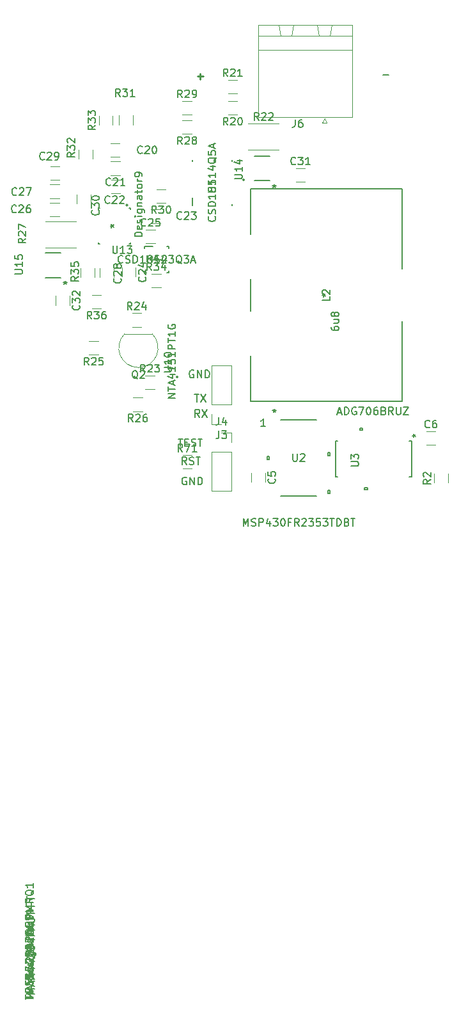
<source format=gbr>
G04 #@! TF.GenerationSoftware,KiCad,Pcbnew,(5.1.10)-1*
G04 #@! TF.CreationDate,2021-05-18T15:00:51+02:00*
G04 #@! TF.ProjectId,PEE50_MPPT,50454535-305f-44d5-9050-542e6b696361,rev?*
G04 #@! TF.SameCoordinates,Original*
G04 #@! TF.FileFunction,Legend,Top*
G04 #@! TF.FilePolarity,Positive*
%FSLAX46Y46*%
G04 Gerber Fmt 4.6, Leading zero omitted, Abs format (unit mm)*
G04 Created by KiCad (PCBNEW (5.1.10)-1) date 2021-05-18 15:00:51*
%MOMM*%
%LPD*%
G01*
G04 APERTURE LIST*
%ADD10C,0.150000*%
%ADD11C,0.250000*%
%ADD12C,0.152400*%
%ADD13C,0.120000*%
%ADD14C,0.002000*%
G04 APERTURE END LIST*
D10*
X59150214Y-103131880D02*
X58578785Y-103131880D01*
X58864500Y-103131880D02*
X58864500Y-102131880D01*
X58769261Y-102274738D01*
X58674023Y-102369976D01*
X58578785Y-102417595D01*
X48704595Y-109926500D02*
X48609357Y-109878880D01*
X48466500Y-109878880D01*
X48323642Y-109926500D01*
X48228404Y-110021738D01*
X48180785Y-110116976D01*
X48133166Y-110307452D01*
X48133166Y-110450309D01*
X48180785Y-110640785D01*
X48228404Y-110736023D01*
X48323642Y-110831261D01*
X48466500Y-110878880D01*
X48561738Y-110878880D01*
X48704595Y-110831261D01*
X48752214Y-110783642D01*
X48752214Y-110450309D01*
X48561738Y-110450309D01*
X49180785Y-110878880D02*
X49180785Y-109878880D01*
X49752214Y-110878880D01*
X49752214Y-109878880D01*
X50228404Y-110878880D02*
X50228404Y-109878880D01*
X50466500Y-109878880D01*
X50609357Y-109926500D01*
X50704595Y-110021738D01*
X50752214Y-110116976D01*
X50799833Y-110307452D01*
X50799833Y-110450309D01*
X50752214Y-110640785D01*
X50704595Y-110736023D01*
X50609357Y-110831261D01*
X50466500Y-110878880D01*
X50228404Y-110878880D01*
X48728380Y-108211880D02*
X48395047Y-107735690D01*
X48156952Y-108211880D02*
X48156952Y-107211880D01*
X48537904Y-107211880D01*
X48633142Y-107259500D01*
X48680761Y-107307119D01*
X48728380Y-107402357D01*
X48728380Y-107545214D01*
X48680761Y-107640452D01*
X48633142Y-107688071D01*
X48537904Y-107735690D01*
X48156952Y-107735690D01*
X49109333Y-108164261D02*
X49252190Y-108211880D01*
X49490285Y-108211880D01*
X49585523Y-108164261D01*
X49633142Y-108116642D01*
X49680761Y-108021404D01*
X49680761Y-107926166D01*
X49633142Y-107830928D01*
X49585523Y-107783309D01*
X49490285Y-107735690D01*
X49299809Y-107688071D01*
X49204571Y-107640452D01*
X49156952Y-107592833D01*
X49109333Y-107497595D01*
X49109333Y-107402357D01*
X49156952Y-107307119D01*
X49204571Y-107259500D01*
X49299809Y-107211880D01*
X49537904Y-107211880D01*
X49680761Y-107259500D01*
X49966476Y-107211880D02*
X50537904Y-107211880D01*
X50252190Y-108211880D02*
X50252190Y-107211880D01*
X47617261Y-104798880D02*
X48188690Y-104798880D01*
X47902976Y-105798880D02*
X47902976Y-104798880D01*
X48522023Y-105275071D02*
X48855357Y-105275071D01*
X48998214Y-105798880D02*
X48522023Y-105798880D01*
X48522023Y-104798880D01*
X48998214Y-104798880D01*
X49379166Y-105751261D02*
X49522023Y-105798880D01*
X49760119Y-105798880D01*
X49855357Y-105751261D01*
X49902976Y-105703642D01*
X49950595Y-105608404D01*
X49950595Y-105513166D01*
X49902976Y-105417928D01*
X49855357Y-105370309D01*
X49760119Y-105322690D01*
X49569642Y-105275071D01*
X49474404Y-105227452D01*
X49426785Y-105179833D01*
X49379166Y-105084595D01*
X49379166Y-104989357D01*
X49426785Y-104894119D01*
X49474404Y-104846500D01*
X49569642Y-104798880D01*
X49807738Y-104798880D01*
X49950595Y-104846500D01*
X50236309Y-104798880D02*
X50807738Y-104798880D01*
X50522023Y-105798880D02*
X50522023Y-104798880D01*
X49657095Y-95766000D02*
X49561857Y-95718380D01*
X49419000Y-95718380D01*
X49276142Y-95766000D01*
X49180904Y-95861238D01*
X49133285Y-95956476D01*
X49085666Y-96146952D01*
X49085666Y-96289809D01*
X49133285Y-96480285D01*
X49180904Y-96575523D01*
X49276142Y-96670761D01*
X49419000Y-96718380D01*
X49514238Y-96718380D01*
X49657095Y-96670761D01*
X49704714Y-96623142D01*
X49704714Y-96289809D01*
X49514238Y-96289809D01*
X50133285Y-96718380D02*
X50133285Y-95718380D01*
X50704714Y-96718380D01*
X50704714Y-95718380D01*
X51180904Y-96718380D02*
X51180904Y-95718380D01*
X51419000Y-95718380D01*
X51561857Y-95766000D01*
X51657095Y-95861238D01*
X51704714Y-95956476D01*
X51752333Y-96146952D01*
X51752333Y-96289809D01*
X51704714Y-96480285D01*
X51657095Y-96575523D01*
X51561857Y-96670761D01*
X51419000Y-96718380D01*
X51180904Y-96718380D01*
X49784095Y-98893380D02*
X50355523Y-98893380D01*
X50069809Y-99893380D02*
X50069809Y-98893380D01*
X50593619Y-98893380D02*
X51260285Y-99893380D01*
X51260285Y-98893380D02*
X50593619Y-99893380D01*
X50442833Y-101925380D02*
X50109500Y-101449190D01*
X49871404Y-101925380D02*
X49871404Y-100925380D01*
X50252357Y-100925380D01*
X50347595Y-100973000D01*
X50395214Y-101020619D01*
X50442833Y-101115857D01*
X50442833Y-101258714D01*
X50395214Y-101353952D01*
X50347595Y-101401571D01*
X50252357Y-101449190D01*
X49871404Y-101449190D01*
X50776166Y-100925380D02*
X51442833Y-101925380D01*
X51442833Y-100925380D02*
X50776166Y-101925380D01*
X74739547Y-56649928D02*
X75501452Y-56649928D01*
D11*
X50165047Y-56840428D02*
X50926952Y-56840428D01*
X50546000Y-57221380D02*
X50546000Y-56459476D01*
D12*
X40954301Y-73881801D02*
G75*
G03*
X40954301Y-73881801I-125001J0D01*
G01*
X37041799Y-74256802D02*
X37191799Y-74256802D01*
X37041799Y-74256802D02*
X37041799Y-74406802D01*
X41141799Y-74256802D02*
X41291799Y-74256802D01*
X41291799Y-74256802D02*
X41291799Y-74406802D01*
X37041799Y-79006800D02*
X37191799Y-79006800D01*
X37041799Y-78856800D02*
X37041799Y-79006800D01*
X41291799Y-78856800D02*
X41291799Y-79006800D01*
X41141799Y-79006800D02*
X41291799Y-79006800D01*
D13*
X83333000Y-110620564D02*
X83333000Y-109416436D01*
X81513000Y-110620564D02*
X81513000Y-109416436D01*
X80487436Y-105621500D02*
X81691564Y-105621500D01*
X80487436Y-103801500D02*
X81691564Y-103801500D01*
X48210436Y-106940000D02*
X49414564Y-106940000D01*
X48210436Y-108760000D02*
X49414564Y-108760000D01*
D12*
X68440300Y-105067100D02*
X68440300Y-109816900D01*
X68440300Y-109816900D02*
X68734360Y-109816900D01*
X78498700Y-109816900D02*
X78498700Y-105067100D01*
X78498700Y-105067100D02*
X78204640Y-105067100D01*
X68734362Y-105067100D02*
X68440300Y-105067100D01*
X78204640Y-109816900D02*
X78498700Y-109816900D01*
X72035002Y-103383601D02*
X71654002Y-103383601D01*
X71654002Y-103383601D02*
X71654002Y-103637601D01*
X71654002Y-103637601D02*
X72035002Y-103637601D01*
X72035002Y-103637601D02*
X72035002Y-103383601D01*
X72685001Y-111500399D02*
X72304001Y-111500399D01*
X72304001Y-111500399D02*
X72304001Y-111246399D01*
X72304001Y-111246399D02*
X72685001Y-111246399D01*
X72685001Y-111246399D02*
X72685001Y-111500399D01*
D13*
X54670000Y-100266500D02*
X52010000Y-100266500D01*
X54670000Y-100266500D02*
X54670000Y-95126500D01*
X54670000Y-95126500D02*
X52010000Y-95126500D01*
X52010000Y-100266500D02*
X52010000Y-95126500D01*
X52010000Y-102866500D02*
X52010000Y-101536500D01*
X53340000Y-102866500D02*
X52010000Y-102866500D01*
X57319500Y-109316436D02*
X57319500Y-110520564D01*
X59139500Y-109316436D02*
X59139500Y-110520564D01*
X53340000Y-103953000D02*
X54670000Y-103953000D01*
X54670000Y-103953000D02*
X54670000Y-105283000D01*
X54670000Y-106553000D02*
X54670000Y-111693000D01*
X52010000Y-111693000D02*
X54670000Y-111693000D01*
X52010000Y-106553000D02*
X52010000Y-111693000D01*
X52010000Y-106553000D02*
X54670000Y-106553000D01*
D12*
X61188600Y-112344200D02*
X65938400Y-112344200D01*
X65938400Y-102285800D02*
X61188600Y-102285800D01*
X59403501Y-107124500D02*
X59403501Y-107505500D01*
X59403501Y-107505500D02*
X59657501Y-107505500D01*
X59657501Y-107505500D02*
X59657501Y-107124500D01*
X59657501Y-107124500D02*
X59403501Y-107124500D01*
X67723499Y-111624499D02*
X67723499Y-112005499D01*
X67723499Y-112005499D02*
X67469499Y-112005499D01*
X67469499Y-112005499D02*
X67469499Y-111624499D01*
X67469499Y-111624499D02*
X67723499Y-111624499D01*
X67723499Y-106624498D02*
X67723499Y-107005498D01*
X67723499Y-107005498D02*
X67469499Y-107005498D01*
X67469499Y-107005498D02*
X67469499Y-106624498D01*
X67469499Y-106624498D02*
X67723499Y-106624498D01*
D13*
X39859363Y-67508801D02*
X38655235Y-67508801D01*
X39859363Y-65688801D02*
X38655235Y-65688801D01*
X39895863Y-68101801D02*
X38691735Y-68101801D01*
X39895863Y-69921801D02*
X38691735Y-69921801D01*
X39932363Y-72334801D02*
X38728235Y-72334801D01*
X39932363Y-70514801D02*
X38728235Y-70514801D01*
X45229863Y-74451801D02*
X44025735Y-74451801D01*
X45229863Y-76271801D02*
X44025735Y-76271801D01*
X41981799Y-82125737D02*
X41981799Y-83329865D01*
X40161799Y-82125737D02*
X40161799Y-83329865D01*
X43354235Y-77118801D02*
X44558363Y-77118801D01*
X43354235Y-78938801D02*
X44558363Y-78938801D01*
X31858363Y-73562801D02*
X30654235Y-73562801D01*
X31858363Y-75382801D02*
X30654235Y-75382801D01*
X31858363Y-72969801D02*
X30654235Y-72969801D01*
X31858363Y-71149801D02*
X30654235Y-71149801D01*
X39060799Y-83420365D02*
X39060799Y-82216237D01*
X37240799Y-83420365D02*
X37240799Y-82216237D01*
X31894863Y-68736801D02*
X30690735Y-68736801D01*
X31894863Y-70556801D02*
X30690735Y-70556801D01*
X34192799Y-73677865D02*
X34192799Y-72473737D01*
X36012799Y-73677865D02*
X36012799Y-72473737D01*
X63202735Y-68990801D02*
X64406863Y-68990801D01*
X63202735Y-70810801D02*
X64406863Y-70810801D01*
X33218799Y-85899237D02*
X33218799Y-87103365D01*
X31398799Y-85899237D02*
X31398799Y-87103365D01*
X70629799Y-62231801D02*
X70629799Y-50011801D01*
X70629799Y-50011801D02*
X58249799Y-50011801D01*
X58249799Y-50011801D02*
X58249799Y-62231801D01*
X58249799Y-62231801D02*
X70629799Y-62231801D01*
X70629799Y-51511801D02*
X70629799Y-53311801D01*
X70629799Y-53311801D02*
X58249799Y-53311801D01*
X58249799Y-53311801D02*
X58249799Y-51511801D01*
X58249799Y-51511801D02*
X70629799Y-51511801D01*
X67979799Y-50011801D02*
X65979799Y-50011801D01*
X65979799Y-50011801D02*
X66229799Y-51511801D01*
X66229799Y-51511801D02*
X67729799Y-51511801D01*
X67729799Y-51511801D02*
X67979799Y-50011801D01*
X62899799Y-50011801D02*
X60899799Y-50011801D01*
X60899799Y-50011801D02*
X61149799Y-51511801D01*
X61149799Y-51511801D02*
X62649799Y-51511801D01*
X62649799Y-51511801D02*
X62899799Y-50011801D01*
X66679799Y-63031801D02*
X66979799Y-62431801D01*
X66979799Y-62431801D02*
X67279799Y-63031801D01*
X67279799Y-63031801D02*
X66679799Y-63031801D01*
D12*
X57200799Y-83700542D02*
X57200799Y-87851060D01*
X57200799Y-93850540D02*
X57200799Y-99847401D01*
X77266799Y-82268061D02*
X77266799Y-71704201D01*
X57200799Y-71704201D02*
X57200799Y-77701062D01*
X57200799Y-99847401D02*
X77266799Y-99847401D01*
X77266799Y-99847401D02*
X77266799Y-89283541D01*
X77266799Y-71704201D02*
X57200799Y-71704201D01*
X56399500Y-70561201D02*
G75*
G03*
X56399500Y-70561201I-127000J0D01*
G01*
D13*
X44141799Y-90910801D02*
X40541799Y-90910801D01*
X40503321Y-90922323D02*
G75*
G03*
X42341799Y-95360801I1838478J-1838478D01*
G01*
X44180277Y-90922323D02*
G75*
G02*
X42341799Y-95360801I-1838478J-1838478D01*
G01*
X55426363Y-61920801D02*
X54222235Y-61920801D01*
X55426363Y-60100801D02*
X54222235Y-60100801D01*
X54222235Y-59126801D02*
X55426363Y-59126801D01*
X54222235Y-57306801D02*
X55426363Y-57306801D01*
X56860235Y-63110801D02*
X60964363Y-63110801D01*
X56860235Y-66530801D02*
X60964363Y-66530801D01*
X43263735Y-96422801D02*
X44467863Y-96422801D01*
X43263735Y-98242801D02*
X44467863Y-98242801D01*
X41522235Y-88167801D02*
X42726363Y-88167801D01*
X41522235Y-89987801D02*
X42726363Y-89987801D01*
X37011363Y-91850801D02*
X35807235Y-91850801D01*
X37011363Y-93670801D02*
X35807235Y-93670801D01*
X42853363Y-101163801D02*
X41649235Y-101163801D01*
X42853363Y-99343801D02*
X41649235Y-99343801D01*
X30002735Y-79484801D02*
X34106863Y-79484801D01*
X30002735Y-76064801D02*
X34106863Y-76064801D01*
X49384363Y-62640801D02*
X48180235Y-62640801D01*
X49384363Y-64460801D02*
X48180235Y-64460801D01*
X48180235Y-60100801D02*
X49384363Y-60100801D01*
X48180235Y-61920801D02*
X49384363Y-61920801D01*
X45955363Y-71784801D02*
X44751235Y-71784801D01*
X45955363Y-73604801D02*
X44751235Y-73604801D01*
X39780799Y-63227365D02*
X39780799Y-62023237D01*
X41600799Y-63227365D02*
X41600799Y-62023237D01*
X36266799Y-67745365D02*
X36266799Y-66541237D01*
X34446799Y-67745365D02*
X34446799Y-66541237D01*
X38933799Y-63263865D02*
X38933799Y-62059737D01*
X37113799Y-63263865D02*
X37113799Y-62059737D01*
X44116235Y-82960801D02*
X45320363Y-82960801D01*
X44116235Y-84780801D02*
X45320363Y-84780801D01*
X34700799Y-82216237D02*
X34700799Y-83420365D01*
X36520799Y-82216237D02*
X36520799Y-83420365D01*
X37392363Y-87574801D02*
X36188235Y-87574801D01*
X37392363Y-85754801D02*
X36188235Y-85754801D01*
D12*
X46965557Y-93611701D02*
X46266099Y-93611701D01*
X46266099Y-93611701D02*
X46266099Y-94028261D01*
X46266099Y-95465901D02*
X46965557Y-95465901D01*
X46266099Y-95049341D02*
X46266099Y-95465901D01*
X47561499Y-96608901D02*
G75*
G03*
X47561499Y-96608901I-127000J0D01*
G01*
X49520799Y-73916800D02*
X49520799Y-72916802D01*
X49520799Y-68116802D02*
X49520799Y-67916802D01*
X54720799Y-68116802D02*
X54720799Y-67916802D01*
X54720799Y-73916800D02*
X54720799Y-73716800D01*
X43129801Y-79376802D02*
X44254797Y-79376802D01*
X43129801Y-79623802D02*
X43129801Y-79376802D01*
X43129801Y-82776800D02*
X43129801Y-82529800D01*
X43129801Y-82776800D02*
X43376801Y-82776800D01*
X46132797Y-82776800D02*
X46379797Y-82776800D01*
X46379797Y-82776800D02*
X46379797Y-82529800D01*
X46379797Y-79623802D02*
X46379797Y-79376802D01*
X46132797Y-79376802D02*
X46379797Y-79376802D01*
X59728099Y-67386201D02*
X57721499Y-67386201D01*
X57721499Y-70637401D02*
X59728099Y-70637401D01*
X30035499Y-83464401D02*
X32042099Y-83464401D01*
X32042099Y-80213201D02*
X30035499Y-80213201D01*
D10*
X38957404Y-79271880D02*
X38957404Y-80081404D01*
X39005023Y-80176642D01*
X39052642Y-80224261D01*
X39147880Y-80271880D01*
X39338357Y-80271880D01*
X39433595Y-80224261D01*
X39481214Y-80176642D01*
X39528833Y-80081404D01*
X39528833Y-79271880D01*
X40528833Y-80271880D02*
X39957404Y-80271880D01*
X40243119Y-80271880D02*
X40243119Y-79271880D01*
X40147880Y-79414738D01*
X40052642Y-79509976D01*
X39957404Y-79557595D01*
X40862166Y-79271880D02*
X41481214Y-79271880D01*
X41147880Y-79652833D01*
X41290738Y-79652833D01*
X41385976Y-79700452D01*
X41433595Y-79748071D01*
X41481214Y-79843309D01*
X41481214Y-80081404D01*
X41433595Y-80176642D01*
X41385976Y-80224261D01*
X41290738Y-80271880D01*
X41005023Y-80271880D01*
X40909785Y-80224261D01*
X40862166Y-80176642D01*
X27392380Y-178910285D02*
X27392380Y-178338857D01*
X28392380Y-178624571D02*
X27392380Y-178624571D01*
X28392380Y-178005523D02*
X27392380Y-178005523D01*
X27392380Y-177624571D01*
X27440000Y-177529333D01*
X27487619Y-177481714D01*
X27582857Y-177434095D01*
X27725714Y-177434095D01*
X27820952Y-177481714D01*
X27868571Y-177529333D01*
X27916190Y-177624571D01*
X27916190Y-178005523D01*
X28344761Y-177053142D02*
X28392380Y-176910285D01*
X28392380Y-176672190D01*
X28344761Y-176576952D01*
X28297142Y-176529333D01*
X28201904Y-176481714D01*
X28106666Y-176481714D01*
X28011428Y-176529333D01*
X27963809Y-176576952D01*
X27916190Y-176672190D01*
X27868571Y-176862666D01*
X27820952Y-176957904D01*
X27773333Y-177005523D01*
X27678095Y-177053142D01*
X27582857Y-177053142D01*
X27487619Y-177005523D01*
X27440000Y-176957904D01*
X27392380Y-176862666D01*
X27392380Y-176624571D01*
X27440000Y-176481714D01*
X27392380Y-175576952D02*
X27392380Y-176053142D01*
X27868571Y-176100761D01*
X27820952Y-176053142D01*
X27773333Y-175957904D01*
X27773333Y-175719809D01*
X27820952Y-175624571D01*
X27868571Y-175576952D01*
X27963809Y-175529333D01*
X28201904Y-175529333D01*
X28297142Y-175576952D01*
X28344761Y-175624571D01*
X28392380Y-175719809D01*
X28392380Y-175957904D01*
X28344761Y-176053142D01*
X28297142Y-176100761D01*
X27392380Y-174624571D02*
X27392380Y-175100761D01*
X27868571Y-175148380D01*
X27820952Y-175100761D01*
X27773333Y-175005523D01*
X27773333Y-174767428D01*
X27820952Y-174672190D01*
X27868571Y-174624571D01*
X27963809Y-174576952D01*
X28201904Y-174576952D01*
X28297142Y-174624571D01*
X28344761Y-174672190D01*
X28392380Y-174767428D01*
X28392380Y-175005523D01*
X28344761Y-175100761D01*
X28297142Y-175148380D01*
X27487619Y-174196000D02*
X27440000Y-174148380D01*
X27392380Y-174053142D01*
X27392380Y-173815047D01*
X27440000Y-173719809D01*
X27487619Y-173672190D01*
X27582857Y-173624571D01*
X27678095Y-173624571D01*
X27820952Y-173672190D01*
X28392380Y-174243619D01*
X28392380Y-173624571D01*
X27820952Y-173053142D02*
X27773333Y-173148380D01*
X27725714Y-173196000D01*
X27630476Y-173243619D01*
X27582857Y-173243619D01*
X27487619Y-173196000D01*
X27440000Y-173148380D01*
X27392380Y-173053142D01*
X27392380Y-172862666D01*
X27440000Y-172767428D01*
X27487619Y-172719809D01*
X27582857Y-172672190D01*
X27630476Y-172672190D01*
X27725714Y-172719809D01*
X27773333Y-172767428D01*
X27820952Y-172862666D01*
X27820952Y-173053142D01*
X27868571Y-173148380D01*
X27916190Y-173196000D01*
X28011428Y-173243619D01*
X28201904Y-173243619D01*
X28297142Y-173196000D01*
X28344761Y-173148380D01*
X28392380Y-173053142D01*
X28392380Y-172862666D01*
X28344761Y-172767428D01*
X28297142Y-172719809D01*
X28201904Y-172672190D01*
X28011428Y-172672190D01*
X27916190Y-172719809D01*
X27868571Y-172767428D01*
X27820952Y-172862666D01*
X27820952Y-172100761D02*
X27773333Y-172196000D01*
X27725714Y-172243619D01*
X27630476Y-172291238D01*
X27582857Y-172291238D01*
X27487619Y-172243619D01*
X27440000Y-172196000D01*
X27392380Y-172100761D01*
X27392380Y-171910285D01*
X27440000Y-171815047D01*
X27487619Y-171767428D01*
X27582857Y-171719809D01*
X27630476Y-171719809D01*
X27725714Y-171767428D01*
X27773333Y-171815047D01*
X27820952Y-171910285D01*
X27820952Y-172100761D01*
X27868571Y-172196000D01*
X27916190Y-172243619D01*
X28011428Y-172291238D01*
X28201904Y-172291238D01*
X28297142Y-172243619D01*
X28344761Y-172196000D01*
X28392380Y-172100761D01*
X28392380Y-171910285D01*
X28344761Y-171815047D01*
X28297142Y-171767428D01*
X28201904Y-171719809D01*
X28011428Y-171719809D01*
X27916190Y-171767428D01*
X27868571Y-171815047D01*
X27820952Y-171910285D01*
X27487619Y-171338857D02*
X27440000Y-171291238D01*
X27392380Y-171196000D01*
X27392380Y-170957904D01*
X27440000Y-170862666D01*
X27487619Y-170815047D01*
X27582857Y-170767428D01*
X27678095Y-170767428D01*
X27820952Y-170815047D01*
X28392380Y-171386476D01*
X28392380Y-170767428D01*
X28487619Y-169672190D02*
X28440000Y-169767428D01*
X28344761Y-169862666D01*
X28201904Y-170005523D01*
X28154285Y-170100761D01*
X28154285Y-170196000D01*
X28392380Y-170148380D02*
X28344761Y-170243619D01*
X28249523Y-170338857D01*
X28059047Y-170386476D01*
X27725714Y-170386476D01*
X27535238Y-170338857D01*
X27440000Y-170243619D01*
X27392380Y-170148380D01*
X27392380Y-169957904D01*
X27440000Y-169862666D01*
X27535238Y-169767428D01*
X27725714Y-169719809D01*
X28059047Y-169719809D01*
X28249523Y-169767428D01*
X28344761Y-169862666D01*
X28392380Y-169957904D01*
X28392380Y-170148380D01*
X28392380Y-168719809D02*
X27916190Y-169053142D01*
X28392380Y-169291238D02*
X27392380Y-169291238D01*
X27392380Y-168910285D01*
X27440000Y-168815047D01*
X27487619Y-168767428D01*
X27582857Y-168719809D01*
X27725714Y-168719809D01*
X27820952Y-168767428D01*
X27868571Y-168815047D01*
X27916190Y-168910285D01*
X27916190Y-169291238D01*
X28392380Y-168291238D02*
X27392380Y-168291238D01*
X27392380Y-167910285D01*
X27440000Y-167815047D01*
X27487619Y-167767428D01*
X27582857Y-167719809D01*
X27725714Y-167719809D01*
X27820952Y-167767428D01*
X27868571Y-167815047D01*
X27916190Y-167910285D01*
X27916190Y-168291238D01*
X28392380Y-167291238D02*
X27392380Y-167291238D01*
X28106666Y-166957904D01*
X27392380Y-166624571D01*
X28392380Y-166624571D01*
X28392380Y-165576952D02*
X27916190Y-165910285D01*
X28392380Y-166148380D02*
X27392380Y-166148380D01*
X27392380Y-165767428D01*
X27440000Y-165672190D01*
X27487619Y-165624571D01*
X27582857Y-165576952D01*
X27725714Y-165576952D01*
X27820952Y-165624571D01*
X27868571Y-165672190D01*
X27916190Y-165767428D01*
X27916190Y-166148380D01*
X28487619Y-164481714D02*
X28440000Y-164576952D01*
X28344761Y-164672190D01*
X28201904Y-164815047D01*
X28154285Y-164910285D01*
X28154285Y-165005523D01*
X28392380Y-164957904D02*
X28344761Y-165053142D01*
X28249523Y-165148380D01*
X28059047Y-165196000D01*
X27725714Y-165196000D01*
X27535238Y-165148380D01*
X27440000Y-165053142D01*
X27392380Y-164957904D01*
X27392380Y-164767428D01*
X27440000Y-164672190D01*
X27535238Y-164576952D01*
X27725714Y-164529333D01*
X28059047Y-164529333D01*
X28249523Y-164576952D01*
X28344761Y-164672190D01*
X28392380Y-164767428D01*
X28392380Y-164957904D01*
X28392380Y-163576952D02*
X28392380Y-164148380D01*
X28392380Y-163862666D02*
X27392380Y-163862666D01*
X27535238Y-163957904D01*
X27630476Y-164053142D01*
X27678095Y-164148380D01*
X38619179Y-76631801D02*
X38857275Y-76631801D01*
X38762037Y-76869896D02*
X38857275Y-76631801D01*
X38762037Y-76393705D01*
X39047751Y-76774658D02*
X38857275Y-76631801D01*
X39047751Y-76488943D01*
X42844979Y-78026686D02*
X41844979Y-78026686D01*
X41844979Y-77788591D01*
X41892599Y-77645734D01*
X41987837Y-77550496D01*
X42083075Y-77502877D01*
X42273551Y-77455258D01*
X42416408Y-77455258D01*
X42606884Y-77502877D01*
X42702122Y-77550496D01*
X42797360Y-77645734D01*
X42844979Y-77788591D01*
X42844979Y-78026686D01*
X42797360Y-76645734D02*
X42844979Y-76740972D01*
X42844979Y-76931448D01*
X42797360Y-77026686D01*
X42702122Y-77074305D01*
X42321170Y-77074305D01*
X42225932Y-77026686D01*
X42178313Y-76931448D01*
X42178313Y-76740972D01*
X42225932Y-76645734D01*
X42321170Y-76598115D01*
X42416408Y-76598115D01*
X42511646Y-77074305D01*
X42797360Y-76217162D02*
X42844979Y-76121924D01*
X42844979Y-75931448D01*
X42797360Y-75836210D01*
X42702122Y-75788591D01*
X42654503Y-75788591D01*
X42559265Y-75836210D01*
X42511646Y-75931448D01*
X42511646Y-76074305D01*
X42464027Y-76169543D01*
X42368789Y-76217162D01*
X42321170Y-76217162D01*
X42225932Y-76169543D01*
X42178313Y-76074305D01*
X42178313Y-75931448D01*
X42225932Y-75836210D01*
X42844979Y-75360020D02*
X42178313Y-75360020D01*
X41844979Y-75360020D02*
X41892599Y-75407639D01*
X41940218Y-75360020D01*
X41892599Y-75312401D01*
X41844979Y-75360020D01*
X41940218Y-75360020D01*
X42178313Y-74455258D02*
X42987837Y-74455258D01*
X43083075Y-74502877D01*
X43130694Y-74550496D01*
X43178313Y-74645734D01*
X43178313Y-74788591D01*
X43130694Y-74883829D01*
X42797360Y-74455258D02*
X42844979Y-74550496D01*
X42844979Y-74740972D01*
X42797360Y-74836210D01*
X42749741Y-74883829D01*
X42654503Y-74931448D01*
X42368789Y-74931448D01*
X42273551Y-74883829D01*
X42225932Y-74836210D01*
X42178313Y-74740972D01*
X42178313Y-74550496D01*
X42225932Y-74455258D01*
X42178313Y-73979067D02*
X42844979Y-73979067D01*
X42273551Y-73979067D02*
X42225932Y-73931448D01*
X42178313Y-73836210D01*
X42178313Y-73693353D01*
X42225932Y-73598115D01*
X42321170Y-73550496D01*
X42844979Y-73550496D01*
X42844979Y-72645734D02*
X42321170Y-72645734D01*
X42225932Y-72693353D01*
X42178313Y-72788591D01*
X42178313Y-72979067D01*
X42225932Y-73074305D01*
X42797360Y-72645734D02*
X42844979Y-72740972D01*
X42844979Y-72979067D01*
X42797360Y-73074305D01*
X42702122Y-73121924D01*
X42606884Y-73121924D01*
X42511646Y-73074305D01*
X42464027Y-72979067D01*
X42464027Y-72740972D01*
X42416408Y-72645734D01*
X42178313Y-72312401D02*
X42178313Y-71931448D01*
X41844979Y-72169543D02*
X42702122Y-72169543D01*
X42797360Y-72121924D01*
X42844979Y-72026686D01*
X42844979Y-71931448D01*
X42844979Y-71455258D02*
X42797360Y-71550496D01*
X42749741Y-71598115D01*
X42654503Y-71645734D01*
X42368789Y-71645734D01*
X42273551Y-71598115D01*
X42225932Y-71550496D01*
X42178313Y-71455258D01*
X42178313Y-71312401D01*
X42225932Y-71217162D01*
X42273551Y-71169543D01*
X42368789Y-71121924D01*
X42654503Y-71121924D01*
X42749741Y-71169543D01*
X42797360Y-71217162D01*
X42844979Y-71312401D01*
X42844979Y-71455258D01*
X42844979Y-70693353D02*
X42178313Y-70693353D01*
X42368789Y-70693353D02*
X42273551Y-70645734D01*
X42225932Y-70598115D01*
X42178313Y-70502877D01*
X42178313Y-70407639D01*
X42844979Y-70026686D02*
X42844979Y-69836210D01*
X42797360Y-69740972D01*
X42749741Y-69693353D01*
X42606884Y-69598115D01*
X42416408Y-69550496D01*
X42035456Y-69550496D01*
X41940218Y-69598115D01*
X41892599Y-69645734D01*
X41844979Y-69740972D01*
X41844979Y-69931448D01*
X41892599Y-70026686D01*
X41940218Y-70074305D01*
X42035456Y-70121924D01*
X42273551Y-70121924D01*
X42368789Y-70074305D01*
X42416408Y-70026686D01*
X42464027Y-69931448D01*
X42464027Y-69740972D01*
X42416408Y-69645734D01*
X42368789Y-69598115D01*
X42273551Y-69550496D01*
X81055380Y-110185166D02*
X80579190Y-110518500D01*
X81055380Y-110756595D02*
X80055380Y-110756595D01*
X80055380Y-110375642D01*
X80103000Y-110280404D01*
X80150619Y-110232785D01*
X80245857Y-110185166D01*
X80388714Y-110185166D01*
X80483952Y-110232785D01*
X80531571Y-110280404D01*
X80579190Y-110375642D01*
X80579190Y-110756595D01*
X80150619Y-109804214D02*
X80103000Y-109756595D01*
X80055380Y-109661357D01*
X80055380Y-109423261D01*
X80103000Y-109328023D01*
X80150619Y-109280404D01*
X80245857Y-109232785D01*
X80341095Y-109232785D01*
X80483952Y-109280404D01*
X81055380Y-109851833D01*
X81055380Y-109232785D01*
X80922833Y-103248642D02*
X80875214Y-103296261D01*
X80732357Y-103343880D01*
X80637119Y-103343880D01*
X80494261Y-103296261D01*
X80399023Y-103201023D01*
X80351404Y-103105785D01*
X80303785Y-102915309D01*
X80303785Y-102772452D01*
X80351404Y-102581976D01*
X80399023Y-102486738D01*
X80494261Y-102391500D01*
X80637119Y-102343880D01*
X80732357Y-102343880D01*
X80875214Y-102391500D01*
X80922833Y-102439119D01*
X81779976Y-102343880D02*
X81589500Y-102343880D01*
X81494261Y-102391500D01*
X81446642Y-102439119D01*
X81351404Y-102581976D01*
X81303785Y-102772452D01*
X81303785Y-103153404D01*
X81351404Y-103248642D01*
X81399023Y-103296261D01*
X81494261Y-103343880D01*
X81684738Y-103343880D01*
X81779976Y-103296261D01*
X81827595Y-103248642D01*
X81875214Y-103153404D01*
X81875214Y-102915309D01*
X81827595Y-102820071D01*
X81779976Y-102772452D01*
X81684738Y-102724833D01*
X81494261Y-102724833D01*
X81399023Y-102772452D01*
X81351404Y-102820071D01*
X81303785Y-102915309D01*
X48169642Y-106482380D02*
X47836309Y-106006190D01*
X47598214Y-106482380D02*
X47598214Y-105482380D01*
X47979166Y-105482380D01*
X48074404Y-105530000D01*
X48122023Y-105577619D01*
X48169642Y-105672857D01*
X48169642Y-105815714D01*
X48122023Y-105910952D01*
X48074404Y-105958571D01*
X47979166Y-106006190D01*
X47598214Y-106006190D01*
X48502976Y-105482380D02*
X49169642Y-105482380D01*
X48741071Y-106482380D01*
X50074404Y-106482380D02*
X49502976Y-106482380D01*
X49788690Y-106482380D02*
X49788690Y-105482380D01*
X49693452Y-105625238D01*
X49598214Y-105720476D01*
X49502976Y-105768095D01*
X70508880Y-108394404D02*
X71318404Y-108394404D01*
X71413642Y-108346785D01*
X71461261Y-108299166D01*
X71508880Y-108203928D01*
X71508880Y-108013452D01*
X71461261Y-107918214D01*
X71413642Y-107870595D01*
X71318404Y-107822976D01*
X70508880Y-107822976D01*
X70508880Y-107442023D02*
X70508880Y-106822976D01*
X70889833Y-107156309D01*
X70889833Y-107013452D01*
X70937452Y-106918214D01*
X70985071Y-106870595D01*
X71080309Y-106822976D01*
X71318404Y-106822976D01*
X71413642Y-106870595D01*
X71461261Y-106918214D01*
X71508880Y-107013452D01*
X71508880Y-107299166D01*
X71461261Y-107394404D01*
X71413642Y-107442023D01*
X68739333Y-101322166D02*
X69215523Y-101322166D01*
X68644095Y-101607880D02*
X68977428Y-100607880D01*
X69310761Y-101607880D01*
X69644095Y-101607880D02*
X69644095Y-100607880D01*
X69882190Y-100607880D01*
X70025047Y-100655500D01*
X70120285Y-100750738D01*
X70167904Y-100845976D01*
X70215523Y-101036452D01*
X70215523Y-101179309D01*
X70167904Y-101369785D01*
X70120285Y-101465023D01*
X70025047Y-101560261D01*
X69882190Y-101607880D01*
X69644095Y-101607880D01*
X71167904Y-100655500D02*
X71072666Y-100607880D01*
X70929809Y-100607880D01*
X70786952Y-100655500D01*
X70691714Y-100750738D01*
X70644095Y-100845976D01*
X70596476Y-101036452D01*
X70596476Y-101179309D01*
X70644095Y-101369785D01*
X70691714Y-101465023D01*
X70786952Y-101560261D01*
X70929809Y-101607880D01*
X71025047Y-101607880D01*
X71167904Y-101560261D01*
X71215523Y-101512642D01*
X71215523Y-101179309D01*
X71025047Y-101179309D01*
X71548857Y-100607880D02*
X72215523Y-100607880D01*
X71786952Y-101607880D01*
X72786952Y-100607880D02*
X72882190Y-100607880D01*
X72977428Y-100655500D01*
X73025047Y-100703119D01*
X73072666Y-100798357D01*
X73120285Y-100988833D01*
X73120285Y-101226928D01*
X73072666Y-101417404D01*
X73025047Y-101512642D01*
X72977428Y-101560261D01*
X72882190Y-101607880D01*
X72786952Y-101607880D01*
X72691714Y-101560261D01*
X72644095Y-101512642D01*
X72596476Y-101417404D01*
X72548857Y-101226928D01*
X72548857Y-100988833D01*
X72596476Y-100798357D01*
X72644095Y-100703119D01*
X72691714Y-100655500D01*
X72786952Y-100607880D01*
X73977428Y-100607880D02*
X73786952Y-100607880D01*
X73691714Y-100655500D01*
X73644095Y-100703119D01*
X73548857Y-100845976D01*
X73501238Y-101036452D01*
X73501238Y-101417404D01*
X73548857Y-101512642D01*
X73596476Y-101560261D01*
X73691714Y-101607880D01*
X73882190Y-101607880D01*
X73977428Y-101560261D01*
X74025047Y-101512642D01*
X74072666Y-101417404D01*
X74072666Y-101179309D01*
X74025047Y-101084071D01*
X73977428Y-101036452D01*
X73882190Y-100988833D01*
X73691714Y-100988833D01*
X73596476Y-101036452D01*
X73548857Y-101084071D01*
X73501238Y-101179309D01*
X74834571Y-101084071D02*
X74977428Y-101131690D01*
X75025047Y-101179309D01*
X75072666Y-101274547D01*
X75072666Y-101417404D01*
X75025047Y-101512642D01*
X74977428Y-101560261D01*
X74882190Y-101607880D01*
X74501238Y-101607880D01*
X74501238Y-100607880D01*
X74834571Y-100607880D01*
X74929809Y-100655500D01*
X74977428Y-100703119D01*
X75025047Y-100798357D01*
X75025047Y-100893595D01*
X74977428Y-100988833D01*
X74929809Y-101036452D01*
X74834571Y-101084071D01*
X74501238Y-101084071D01*
X76072666Y-101607880D02*
X75739333Y-101131690D01*
X75501238Y-101607880D02*
X75501238Y-100607880D01*
X75882190Y-100607880D01*
X75977428Y-100655500D01*
X76025047Y-100703119D01*
X76072666Y-100798357D01*
X76072666Y-100941214D01*
X76025047Y-101036452D01*
X75977428Y-101084071D01*
X75882190Y-101131690D01*
X75501238Y-101131690D01*
X76501238Y-100607880D02*
X76501238Y-101417404D01*
X76548857Y-101512642D01*
X76596476Y-101560261D01*
X76691714Y-101607880D01*
X76882190Y-101607880D01*
X76977428Y-101560261D01*
X77025047Y-101512642D01*
X77072666Y-101417404D01*
X77072666Y-100607880D01*
X77453619Y-100607880D02*
X78120285Y-100607880D01*
X77453619Y-101607880D01*
X78120285Y-101607880D01*
X78644680Y-104368600D02*
X78882776Y-104368600D01*
X78787538Y-104606695D02*
X78882776Y-104368600D01*
X78787538Y-104130504D01*
X79073252Y-104511457D02*
X78882776Y-104368600D01*
X79073252Y-104225742D01*
X78644680Y-104368600D02*
X78882776Y-104368600D01*
X78787538Y-104606695D02*
X78882776Y-104368600D01*
X78787538Y-104130504D01*
X79073252Y-104511457D02*
X78882776Y-104368600D01*
X79073252Y-104225742D01*
X53006666Y-103758880D02*
X53006666Y-104473166D01*
X52959047Y-104616023D01*
X52863809Y-104711261D01*
X52720952Y-104758880D01*
X52625714Y-104758880D01*
X53387619Y-103758880D02*
X54006666Y-103758880D01*
X53673333Y-104139833D01*
X53816190Y-104139833D01*
X53911428Y-104187452D01*
X53959047Y-104235071D01*
X54006666Y-104330309D01*
X54006666Y-104568404D01*
X53959047Y-104663642D01*
X53911428Y-104711261D01*
X53816190Y-104758880D01*
X53530476Y-104758880D01*
X53435238Y-104711261D01*
X53387619Y-104663642D01*
X60406642Y-110085166D02*
X60454261Y-110132785D01*
X60501880Y-110275642D01*
X60501880Y-110370880D01*
X60454261Y-110513738D01*
X60359023Y-110608976D01*
X60263785Y-110656595D01*
X60073309Y-110704214D01*
X59930452Y-110704214D01*
X59739976Y-110656595D01*
X59644738Y-110608976D01*
X59549500Y-110513738D01*
X59501880Y-110370880D01*
X59501880Y-110275642D01*
X59549500Y-110132785D01*
X59597119Y-110085166D01*
X59501880Y-109180404D02*
X59501880Y-109656595D01*
X59978071Y-109704214D01*
X59930452Y-109656595D01*
X59882833Y-109561357D01*
X59882833Y-109323261D01*
X59930452Y-109228023D01*
X59978071Y-109180404D01*
X60073309Y-109132785D01*
X60311404Y-109132785D01*
X60406642Y-109180404D01*
X60454261Y-109228023D01*
X60501880Y-109323261D01*
X60501880Y-109561357D01*
X60454261Y-109656595D01*
X60406642Y-109704214D01*
X53006666Y-101965380D02*
X53006666Y-102679666D01*
X52959047Y-102822523D01*
X52863809Y-102917761D01*
X52720952Y-102965380D01*
X52625714Y-102965380D01*
X53911428Y-102298714D02*
X53911428Y-102965380D01*
X53673333Y-101917761D02*
X53435238Y-102632047D01*
X54054285Y-102632047D01*
X62801595Y-106767380D02*
X62801595Y-107576904D01*
X62849214Y-107672142D01*
X62896833Y-107719761D01*
X62992071Y-107767380D01*
X63182547Y-107767380D01*
X63277785Y-107719761D01*
X63325404Y-107672142D01*
X63373023Y-107576904D01*
X63373023Y-106767380D01*
X63801595Y-106862619D02*
X63849214Y-106815000D01*
X63944452Y-106767380D01*
X64182547Y-106767380D01*
X64277785Y-106815000D01*
X64325404Y-106862619D01*
X64373023Y-106957857D01*
X64373023Y-107053095D01*
X64325404Y-107195952D01*
X63753976Y-107767380D01*
X64373023Y-107767380D01*
X56230166Y-116339880D02*
X56230166Y-115339880D01*
X56563500Y-116054166D01*
X56896833Y-115339880D01*
X56896833Y-116339880D01*
X57325404Y-116292261D02*
X57468261Y-116339880D01*
X57706357Y-116339880D01*
X57801595Y-116292261D01*
X57849214Y-116244642D01*
X57896833Y-116149404D01*
X57896833Y-116054166D01*
X57849214Y-115958928D01*
X57801595Y-115911309D01*
X57706357Y-115863690D01*
X57515880Y-115816071D01*
X57420642Y-115768452D01*
X57373023Y-115720833D01*
X57325404Y-115625595D01*
X57325404Y-115530357D01*
X57373023Y-115435119D01*
X57420642Y-115387500D01*
X57515880Y-115339880D01*
X57753976Y-115339880D01*
X57896833Y-115387500D01*
X58325404Y-116339880D02*
X58325404Y-115339880D01*
X58706357Y-115339880D01*
X58801595Y-115387500D01*
X58849214Y-115435119D01*
X58896833Y-115530357D01*
X58896833Y-115673214D01*
X58849214Y-115768452D01*
X58801595Y-115816071D01*
X58706357Y-115863690D01*
X58325404Y-115863690D01*
X59753976Y-115673214D02*
X59753976Y-116339880D01*
X59515880Y-115292261D02*
X59277785Y-116006547D01*
X59896833Y-116006547D01*
X60182547Y-115339880D02*
X60801595Y-115339880D01*
X60468261Y-115720833D01*
X60611119Y-115720833D01*
X60706357Y-115768452D01*
X60753976Y-115816071D01*
X60801595Y-115911309D01*
X60801595Y-116149404D01*
X60753976Y-116244642D01*
X60706357Y-116292261D01*
X60611119Y-116339880D01*
X60325404Y-116339880D01*
X60230166Y-116292261D01*
X60182547Y-116244642D01*
X61420642Y-115339880D02*
X61515880Y-115339880D01*
X61611119Y-115387500D01*
X61658738Y-115435119D01*
X61706357Y-115530357D01*
X61753976Y-115720833D01*
X61753976Y-115958928D01*
X61706357Y-116149404D01*
X61658738Y-116244642D01*
X61611119Y-116292261D01*
X61515880Y-116339880D01*
X61420642Y-116339880D01*
X61325404Y-116292261D01*
X61277785Y-116244642D01*
X61230166Y-116149404D01*
X61182547Y-115958928D01*
X61182547Y-115720833D01*
X61230166Y-115530357D01*
X61277785Y-115435119D01*
X61325404Y-115387500D01*
X61420642Y-115339880D01*
X62515880Y-115816071D02*
X62182547Y-115816071D01*
X62182547Y-116339880D02*
X62182547Y-115339880D01*
X62658738Y-115339880D01*
X63611119Y-116339880D02*
X63277785Y-115863690D01*
X63039690Y-116339880D02*
X63039690Y-115339880D01*
X63420642Y-115339880D01*
X63515880Y-115387500D01*
X63563500Y-115435119D01*
X63611119Y-115530357D01*
X63611119Y-115673214D01*
X63563500Y-115768452D01*
X63515880Y-115816071D01*
X63420642Y-115863690D01*
X63039690Y-115863690D01*
X63992071Y-115435119D02*
X64039690Y-115387500D01*
X64134928Y-115339880D01*
X64373023Y-115339880D01*
X64468261Y-115387500D01*
X64515880Y-115435119D01*
X64563500Y-115530357D01*
X64563500Y-115625595D01*
X64515880Y-115768452D01*
X63944452Y-116339880D01*
X64563500Y-116339880D01*
X64896833Y-115339880D02*
X65515880Y-115339880D01*
X65182547Y-115720833D01*
X65325404Y-115720833D01*
X65420642Y-115768452D01*
X65468261Y-115816071D01*
X65515880Y-115911309D01*
X65515880Y-116149404D01*
X65468261Y-116244642D01*
X65420642Y-116292261D01*
X65325404Y-116339880D01*
X65039690Y-116339880D01*
X64944452Y-116292261D01*
X64896833Y-116244642D01*
X66420642Y-115339880D02*
X65944452Y-115339880D01*
X65896833Y-115816071D01*
X65944452Y-115768452D01*
X66039690Y-115720833D01*
X66277785Y-115720833D01*
X66373023Y-115768452D01*
X66420642Y-115816071D01*
X66468261Y-115911309D01*
X66468261Y-116149404D01*
X66420642Y-116244642D01*
X66373023Y-116292261D01*
X66277785Y-116339880D01*
X66039690Y-116339880D01*
X65944452Y-116292261D01*
X65896833Y-116244642D01*
X66801595Y-115339880D02*
X67420642Y-115339880D01*
X67087309Y-115720833D01*
X67230166Y-115720833D01*
X67325404Y-115768452D01*
X67373023Y-115816071D01*
X67420642Y-115911309D01*
X67420642Y-116149404D01*
X67373023Y-116244642D01*
X67325404Y-116292261D01*
X67230166Y-116339880D01*
X66944452Y-116339880D01*
X66849214Y-116292261D01*
X66801595Y-116244642D01*
X67706357Y-115339880D02*
X68277785Y-115339880D01*
X67992071Y-116339880D02*
X67992071Y-115339880D01*
X68611119Y-116339880D02*
X68611119Y-115339880D01*
X68849214Y-115339880D01*
X68992071Y-115387500D01*
X69087309Y-115482738D01*
X69134928Y-115577976D01*
X69182547Y-115768452D01*
X69182547Y-115911309D01*
X69134928Y-116101785D01*
X69087309Y-116197023D01*
X68992071Y-116292261D01*
X68849214Y-116339880D01*
X68611119Y-116339880D01*
X69944452Y-115816071D02*
X70087309Y-115863690D01*
X70134928Y-115911309D01*
X70182547Y-116006547D01*
X70182547Y-116149404D01*
X70134928Y-116244642D01*
X70087309Y-116292261D01*
X69992071Y-116339880D01*
X69611119Y-116339880D01*
X69611119Y-115339880D01*
X69944452Y-115339880D01*
X70039690Y-115387500D01*
X70087309Y-115435119D01*
X70134928Y-115530357D01*
X70134928Y-115625595D01*
X70087309Y-115720833D01*
X70039690Y-115768452D01*
X69944452Y-115816071D01*
X69611119Y-115816071D01*
X70468261Y-115339880D02*
X71039690Y-115339880D01*
X70753976Y-116339880D02*
X70753976Y-115339880D01*
X60359550Y-100844980D02*
X60359550Y-101083076D01*
X60121454Y-100987838D02*
X60359550Y-101083076D01*
X60597645Y-100987838D01*
X60216692Y-101273552D02*
X60359550Y-101083076D01*
X60502407Y-101273552D01*
X60359550Y-100844980D02*
X60359550Y-101083076D01*
X60121454Y-100987838D02*
X60359550Y-101083076D01*
X60597645Y-100987838D01*
X60216692Y-101273552D02*
X60359550Y-101083076D01*
X60502407Y-101273552D01*
X42854642Y-66968642D02*
X42807023Y-67016261D01*
X42664166Y-67063880D01*
X42568928Y-67063880D01*
X42426071Y-67016261D01*
X42330833Y-66921023D01*
X42283214Y-66825785D01*
X42235595Y-66635309D01*
X42235595Y-66492452D01*
X42283214Y-66301976D01*
X42330833Y-66206738D01*
X42426071Y-66111500D01*
X42568928Y-66063880D01*
X42664166Y-66063880D01*
X42807023Y-66111500D01*
X42854642Y-66159119D01*
X43235595Y-66159119D02*
X43283214Y-66111500D01*
X43378452Y-66063880D01*
X43616547Y-66063880D01*
X43711785Y-66111500D01*
X43759404Y-66159119D01*
X43807023Y-66254357D01*
X43807023Y-66349595D01*
X43759404Y-66492452D01*
X43187976Y-67063880D01*
X43807023Y-67063880D01*
X44426071Y-66063880D02*
X44521309Y-66063880D01*
X44616547Y-66111500D01*
X44664166Y-66159119D01*
X44711785Y-66254357D01*
X44759404Y-66444833D01*
X44759404Y-66682928D01*
X44711785Y-66873404D01*
X44664166Y-66968642D01*
X44616547Y-67016261D01*
X44521309Y-67063880D01*
X44426071Y-67063880D01*
X44330833Y-67016261D01*
X44283214Y-66968642D01*
X44235595Y-66873404D01*
X44187976Y-66682928D01*
X44187976Y-66444833D01*
X44235595Y-66254357D01*
X44283214Y-66159119D01*
X44330833Y-66111500D01*
X44426071Y-66063880D01*
X38650941Y-71188943D02*
X38603322Y-71236562D01*
X38460465Y-71284181D01*
X38365227Y-71284181D01*
X38222370Y-71236562D01*
X38127132Y-71141324D01*
X38079513Y-71046086D01*
X38031894Y-70855610D01*
X38031894Y-70712753D01*
X38079513Y-70522277D01*
X38127132Y-70427039D01*
X38222370Y-70331801D01*
X38365227Y-70284181D01*
X38460465Y-70284181D01*
X38603322Y-70331801D01*
X38650941Y-70379420D01*
X39031894Y-70379420D02*
X39079513Y-70331801D01*
X39174751Y-70284181D01*
X39412846Y-70284181D01*
X39508084Y-70331801D01*
X39555703Y-70379420D01*
X39603322Y-70474658D01*
X39603322Y-70569896D01*
X39555703Y-70712753D01*
X38984275Y-71284181D01*
X39603322Y-71284181D01*
X40555703Y-71284181D02*
X39984275Y-71284181D01*
X40269989Y-71284181D02*
X40269989Y-70284181D01*
X40174751Y-70427039D01*
X40079513Y-70522277D01*
X39984275Y-70569896D01*
X38536642Y-73572642D02*
X38489023Y-73620261D01*
X38346166Y-73667880D01*
X38250928Y-73667880D01*
X38108071Y-73620261D01*
X38012833Y-73525023D01*
X37965214Y-73429785D01*
X37917595Y-73239309D01*
X37917595Y-73096452D01*
X37965214Y-72905976D01*
X38012833Y-72810738D01*
X38108071Y-72715500D01*
X38250928Y-72667880D01*
X38346166Y-72667880D01*
X38489023Y-72715500D01*
X38536642Y-72763119D01*
X38917595Y-72763119D02*
X38965214Y-72715500D01*
X39060452Y-72667880D01*
X39298547Y-72667880D01*
X39393785Y-72715500D01*
X39441404Y-72763119D01*
X39489023Y-72858357D01*
X39489023Y-72953595D01*
X39441404Y-73096452D01*
X38869976Y-73667880D01*
X39489023Y-73667880D01*
X39869976Y-72763119D02*
X39917595Y-72715500D01*
X40012833Y-72667880D01*
X40250928Y-72667880D01*
X40346166Y-72715500D01*
X40393785Y-72763119D01*
X40441404Y-72858357D01*
X40441404Y-72953595D01*
X40393785Y-73096452D01*
X39822357Y-73667880D01*
X40441404Y-73667880D01*
X48061642Y-75668142D02*
X48014023Y-75715761D01*
X47871166Y-75763380D01*
X47775928Y-75763380D01*
X47633071Y-75715761D01*
X47537833Y-75620523D01*
X47490214Y-75525285D01*
X47442595Y-75334809D01*
X47442595Y-75191952D01*
X47490214Y-75001476D01*
X47537833Y-74906238D01*
X47633071Y-74811000D01*
X47775928Y-74763380D01*
X47871166Y-74763380D01*
X48014023Y-74811000D01*
X48061642Y-74858619D01*
X48442595Y-74858619D02*
X48490214Y-74811000D01*
X48585452Y-74763380D01*
X48823547Y-74763380D01*
X48918785Y-74811000D01*
X48966404Y-74858619D01*
X49014023Y-74953857D01*
X49014023Y-75049095D01*
X48966404Y-75191952D01*
X48394976Y-75763380D01*
X49014023Y-75763380D01*
X49347357Y-74763380D02*
X49966404Y-74763380D01*
X49633071Y-75144333D01*
X49775928Y-75144333D01*
X49871166Y-75191952D01*
X49918785Y-75239571D01*
X49966404Y-75334809D01*
X49966404Y-75572904D01*
X49918785Y-75668142D01*
X49871166Y-75715761D01*
X49775928Y-75763380D01*
X49490214Y-75763380D01*
X49394976Y-75715761D01*
X49347357Y-75668142D01*
X43248941Y-83370658D02*
X43296560Y-83418277D01*
X43344179Y-83561134D01*
X43344179Y-83656372D01*
X43296560Y-83799229D01*
X43201322Y-83894467D01*
X43106084Y-83942086D01*
X42915608Y-83989705D01*
X42772751Y-83989705D01*
X42582275Y-83942086D01*
X42487037Y-83894467D01*
X42391799Y-83799229D01*
X42344179Y-83656372D01*
X42344179Y-83561134D01*
X42391799Y-83418277D01*
X42439418Y-83370658D01*
X42439418Y-82989705D02*
X42391799Y-82942086D01*
X42344179Y-82846848D01*
X42344179Y-82608753D01*
X42391799Y-82513515D01*
X42439418Y-82465896D01*
X42534656Y-82418277D01*
X42629894Y-82418277D01*
X42772751Y-82465896D01*
X43344179Y-83037324D01*
X43344179Y-82418277D01*
X42677513Y-81561134D02*
X43344179Y-81561134D01*
X42296560Y-81799229D02*
X43010846Y-82037324D01*
X43010846Y-81418277D01*
X43313441Y-76565943D02*
X43265822Y-76613562D01*
X43122965Y-76661181D01*
X43027727Y-76661181D01*
X42884870Y-76613562D01*
X42789632Y-76518324D01*
X42742013Y-76423086D01*
X42694394Y-76232610D01*
X42694394Y-76089753D01*
X42742013Y-75899277D01*
X42789632Y-75804039D01*
X42884870Y-75708801D01*
X43027727Y-75661181D01*
X43122965Y-75661181D01*
X43265822Y-75708801D01*
X43313441Y-75756420D01*
X43694394Y-75756420D02*
X43742013Y-75708801D01*
X43837251Y-75661181D01*
X44075346Y-75661181D01*
X44170584Y-75708801D01*
X44218203Y-75756420D01*
X44265822Y-75851658D01*
X44265822Y-75946896D01*
X44218203Y-76089753D01*
X43646775Y-76661181D01*
X44265822Y-76661181D01*
X45170584Y-75661181D02*
X44694394Y-75661181D01*
X44646775Y-76137372D01*
X44694394Y-76089753D01*
X44789632Y-76042134D01*
X45027727Y-76042134D01*
X45122965Y-76089753D01*
X45170584Y-76137372D01*
X45218203Y-76232610D01*
X45218203Y-76470705D01*
X45170584Y-76565943D01*
X45122965Y-76613562D01*
X45027727Y-76661181D01*
X44789632Y-76661181D01*
X44694394Y-76613562D01*
X44646775Y-76565943D01*
X26154142Y-74779142D02*
X26106523Y-74826761D01*
X25963666Y-74874380D01*
X25868428Y-74874380D01*
X25725571Y-74826761D01*
X25630333Y-74731523D01*
X25582714Y-74636285D01*
X25535095Y-74445809D01*
X25535095Y-74302952D01*
X25582714Y-74112476D01*
X25630333Y-74017238D01*
X25725571Y-73922000D01*
X25868428Y-73874380D01*
X25963666Y-73874380D01*
X26106523Y-73922000D01*
X26154142Y-73969619D01*
X26535095Y-73969619D02*
X26582714Y-73922000D01*
X26677952Y-73874380D01*
X26916047Y-73874380D01*
X27011285Y-73922000D01*
X27058904Y-73969619D01*
X27106523Y-74064857D01*
X27106523Y-74160095D01*
X27058904Y-74302952D01*
X26487476Y-74874380D01*
X27106523Y-74874380D01*
X27963666Y-73874380D02*
X27773190Y-73874380D01*
X27677952Y-73922000D01*
X27630333Y-73969619D01*
X27535095Y-74112476D01*
X27487476Y-74302952D01*
X27487476Y-74683904D01*
X27535095Y-74779142D01*
X27582714Y-74826761D01*
X27677952Y-74874380D01*
X27868428Y-74874380D01*
X27963666Y-74826761D01*
X28011285Y-74779142D01*
X28058904Y-74683904D01*
X28058904Y-74445809D01*
X28011285Y-74350571D01*
X27963666Y-74302952D01*
X27868428Y-74255333D01*
X27677952Y-74255333D01*
X27582714Y-74302952D01*
X27535095Y-74350571D01*
X27487476Y-74445809D01*
X26217642Y-72493142D02*
X26170023Y-72540761D01*
X26027166Y-72588380D01*
X25931928Y-72588380D01*
X25789071Y-72540761D01*
X25693833Y-72445523D01*
X25646214Y-72350285D01*
X25598595Y-72159809D01*
X25598595Y-72016952D01*
X25646214Y-71826476D01*
X25693833Y-71731238D01*
X25789071Y-71636000D01*
X25931928Y-71588380D01*
X26027166Y-71588380D01*
X26170023Y-71636000D01*
X26217642Y-71683619D01*
X26598595Y-71683619D02*
X26646214Y-71636000D01*
X26741452Y-71588380D01*
X26979547Y-71588380D01*
X27074785Y-71636000D01*
X27122404Y-71683619D01*
X27170023Y-71778857D01*
X27170023Y-71874095D01*
X27122404Y-72016952D01*
X26550976Y-72588380D01*
X27170023Y-72588380D01*
X27503357Y-71588380D02*
X28170023Y-71588380D01*
X27741452Y-72588380D01*
X39981142Y-83573857D02*
X40028761Y-83621476D01*
X40076380Y-83764333D01*
X40076380Y-83859571D01*
X40028761Y-84002428D01*
X39933523Y-84097666D01*
X39838285Y-84145285D01*
X39647809Y-84192904D01*
X39504952Y-84192904D01*
X39314476Y-84145285D01*
X39219238Y-84097666D01*
X39124000Y-84002428D01*
X39076380Y-83859571D01*
X39076380Y-83764333D01*
X39124000Y-83621476D01*
X39171619Y-83573857D01*
X39171619Y-83192904D02*
X39124000Y-83145285D01*
X39076380Y-83050047D01*
X39076380Y-82811952D01*
X39124000Y-82716714D01*
X39171619Y-82669095D01*
X39266857Y-82621476D01*
X39362095Y-82621476D01*
X39504952Y-82669095D01*
X40076380Y-83240523D01*
X40076380Y-82621476D01*
X39504952Y-82050047D02*
X39457333Y-82145285D01*
X39409714Y-82192904D01*
X39314476Y-82240523D01*
X39266857Y-82240523D01*
X39171619Y-82192904D01*
X39124000Y-82145285D01*
X39076380Y-82050047D01*
X39076380Y-81859571D01*
X39124000Y-81764333D01*
X39171619Y-81716714D01*
X39266857Y-81669095D01*
X39314476Y-81669095D01*
X39409714Y-81716714D01*
X39457333Y-81764333D01*
X39504952Y-81859571D01*
X39504952Y-82050047D01*
X39552571Y-82145285D01*
X39600190Y-82192904D01*
X39695428Y-82240523D01*
X39885904Y-82240523D01*
X39981142Y-82192904D01*
X40028761Y-82145285D01*
X40076380Y-82050047D01*
X40076380Y-81859571D01*
X40028761Y-81764333D01*
X39981142Y-81716714D01*
X39885904Y-81669095D01*
X39695428Y-81669095D01*
X39600190Y-81716714D01*
X39552571Y-81764333D01*
X39504952Y-81859571D01*
X29900642Y-67794142D02*
X29853023Y-67841761D01*
X29710166Y-67889380D01*
X29614928Y-67889380D01*
X29472071Y-67841761D01*
X29376833Y-67746523D01*
X29329214Y-67651285D01*
X29281595Y-67460809D01*
X29281595Y-67317952D01*
X29329214Y-67127476D01*
X29376833Y-67032238D01*
X29472071Y-66937000D01*
X29614928Y-66889380D01*
X29710166Y-66889380D01*
X29853023Y-66937000D01*
X29900642Y-66984619D01*
X30281595Y-66984619D02*
X30329214Y-66937000D01*
X30424452Y-66889380D01*
X30662547Y-66889380D01*
X30757785Y-66937000D01*
X30805404Y-66984619D01*
X30853023Y-67079857D01*
X30853023Y-67175095D01*
X30805404Y-67317952D01*
X30233976Y-67889380D01*
X30853023Y-67889380D01*
X31329214Y-67889380D02*
X31519690Y-67889380D01*
X31614928Y-67841761D01*
X31662547Y-67794142D01*
X31757785Y-67651285D01*
X31805404Y-67460809D01*
X31805404Y-67079857D01*
X31757785Y-66984619D01*
X31710166Y-66937000D01*
X31614928Y-66889380D01*
X31424452Y-66889380D01*
X31329214Y-66937000D01*
X31281595Y-66984619D01*
X31233976Y-67079857D01*
X31233976Y-67317952D01*
X31281595Y-67413190D01*
X31329214Y-67460809D01*
X31424452Y-67508428D01*
X31614928Y-67508428D01*
X31710166Y-67460809D01*
X31757785Y-67413190D01*
X31805404Y-67317952D01*
X37060142Y-74556857D02*
X37107761Y-74604476D01*
X37155380Y-74747333D01*
X37155380Y-74842571D01*
X37107761Y-74985428D01*
X37012523Y-75080666D01*
X36917285Y-75128285D01*
X36726809Y-75175904D01*
X36583952Y-75175904D01*
X36393476Y-75128285D01*
X36298238Y-75080666D01*
X36203000Y-74985428D01*
X36155380Y-74842571D01*
X36155380Y-74747333D01*
X36203000Y-74604476D01*
X36250619Y-74556857D01*
X36155380Y-74223523D02*
X36155380Y-73604476D01*
X36536333Y-73937809D01*
X36536333Y-73794952D01*
X36583952Y-73699714D01*
X36631571Y-73652095D01*
X36726809Y-73604476D01*
X36964904Y-73604476D01*
X37060142Y-73652095D01*
X37107761Y-73699714D01*
X37155380Y-73794952D01*
X37155380Y-74080666D01*
X37107761Y-74175904D01*
X37060142Y-74223523D01*
X36155380Y-72985428D02*
X36155380Y-72890190D01*
X36203000Y-72794952D01*
X36250619Y-72747333D01*
X36345857Y-72699714D01*
X36536333Y-72652095D01*
X36774428Y-72652095D01*
X36964904Y-72699714D01*
X37060142Y-72747333D01*
X37107761Y-72794952D01*
X37155380Y-72890190D01*
X37155380Y-72985428D01*
X37107761Y-73080666D01*
X37060142Y-73128285D01*
X36964904Y-73175904D01*
X36774428Y-73223523D01*
X36536333Y-73223523D01*
X36345857Y-73175904D01*
X36250619Y-73128285D01*
X36203000Y-73080666D01*
X36155380Y-72985428D01*
X63161941Y-68437943D02*
X63114322Y-68485562D01*
X62971465Y-68533181D01*
X62876227Y-68533181D01*
X62733370Y-68485562D01*
X62638132Y-68390324D01*
X62590513Y-68295086D01*
X62542894Y-68104610D01*
X62542894Y-67961753D01*
X62590513Y-67771277D01*
X62638132Y-67676039D01*
X62733370Y-67580801D01*
X62876227Y-67533181D01*
X62971465Y-67533181D01*
X63114322Y-67580801D01*
X63161941Y-67628420D01*
X63495275Y-67533181D02*
X64114322Y-67533181D01*
X63780989Y-67914134D01*
X63923846Y-67914134D01*
X64019084Y-67961753D01*
X64066703Y-68009372D01*
X64114322Y-68104610D01*
X64114322Y-68342705D01*
X64066703Y-68437943D01*
X64019084Y-68485562D01*
X63923846Y-68533181D01*
X63638132Y-68533181D01*
X63542894Y-68485562D01*
X63495275Y-68437943D01*
X65066703Y-68533181D02*
X64495275Y-68533181D01*
X64780989Y-68533181D02*
X64780989Y-67533181D01*
X64685751Y-67676039D01*
X64590513Y-67771277D01*
X64495275Y-67818896D01*
X34485941Y-87144158D02*
X34533560Y-87191777D01*
X34581179Y-87334634D01*
X34581179Y-87429872D01*
X34533560Y-87572729D01*
X34438322Y-87667967D01*
X34343084Y-87715586D01*
X34152608Y-87763205D01*
X34009751Y-87763205D01*
X33819275Y-87715586D01*
X33724037Y-87667967D01*
X33628799Y-87572729D01*
X33581179Y-87429872D01*
X33581179Y-87334634D01*
X33628799Y-87191777D01*
X33676418Y-87144158D01*
X33581179Y-86810824D02*
X33581179Y-86191777D01*
X33962132Y-86525110D01*
X33962132Y-86382253D01*
X34009751Y-86287015D01*
X34057370Y-86239396D01*
X34152608Y-86191777D01*
X34390703Y-86191777D01*
X34485941Y-86239396D01*
X34533560Y-86287015D01*
X34581179Y-86382253D01*
X34581179Y-86667967D01*
X34533560Y-86763205D01*
X34485941Y-86810824D01*
X33676418Y-85810824D02*
X33628799Y-85763205D01*
X33581179Y-85667967D01*
X33581179Y-85429872D01*
X33628799Y-85334634D01*
X33676418Y-85287015D01*
X33771656Y-85239396D01*
X33866894Y-85239396D01*
X34009751Y-85287015D01*
X34581179Y-85858443D01*
X34581179Y-85239396D01*
X63106465Y-62574181D02*
X63106465Y-63288467D01*
X63058846Y-63431324D01*
X62963608Y-63526562D01*
X62820751Y-63574181D01*
X62725513Y-63574181D01*
X64011227Y-62574181D02*
X63820751Y-62574181D01*
X63725513Y-62621801D01*
X63677894Y-62669420D01*
X63582656Y-62812277D01*
X63535037Y-63002753D01*
X63535037Y-63383705D01*
X63582656Y-63478943D01*
X63630275Y-63526562D01*
X63725513Y-63574181D01*
X63915989Y-63574181D01*
X64011227Y-63526562D01*
X64058846Y-63478943D01*
X64106465Y-63383705D01*
X64106465Y-63145610D01*
X64058846Y-63050372D01*
X64011227Y-63002753D01*
X63915989Y-62955134D01*
X63725513Y-62955134D01*
X63630275Y-63002753D01*
X63582656Y-63050372D01*
X63535037Y-63145610D01*
X67686179Y-85942467D02*
X67686179Y-86418658D01*
X66686179Y-86418658D01*
X66781418Y-85656753D02*
X66733799Y-85609134D01*
X66686179Y-85513896D01*
X66686179Y-85275801D01*
X66733799Y-85180562D01*
X66781418Y-85132943D01*
X66876656Y-85085324D01*
X66971894Y-85085324D01*
X67114751Y-85132943D01*
X67686179Y-85704372D01*
X67686179Y-85085324D01*
X67877380Y-89988095D02*
X67877380Y-90178571D01*
X67925000Y-90273809D01*
X67972619Y-90321428D01*
X68115476Y-90416666D01*
X68305952Y-90464285D01*
X68686904Y-90464285D01*
X68782142Y-90416666D01*
X68829761Y-90369047D01*
X68877380Y-90273809D01*
X68877380Y-90083333D01*
X68829761Y-89988095D01*
X68782142Y-89940476D01*
X68686904Y-89892857D01*
X68448809Y-89892857D01*
X68353571Y-89940476D01*
X68305952Y-89988095D01*
X68258333Y-90083333D01*
X68258333Y-90273809D01*
X68305952Y-90369047D01*
X68353571Y-90416666D01*
X68448809Y-90464285D01*
X68210714Y-89035714D02*
X68877380Y-89035714D01*
X68210714Y-89464285D02*
X68734523Y-89464285D01*
X68829761Y-89416666D01*
X68877380Y-89321428D01*
X68877380Y-89178571D01*
X68829761Y-89083333D01*
X68782142Y-89035714D01*
X68305952Y-88416666D02*
X68258333Y-88511904D01*
X68210714Y-88559523D01*
X68115476Y-88607142D01*
X68067857Y-88607142D01*
X67972619Y-88559523D01*
X67925000Y-88511904D01*
X67877380Y-88416666D01*
X67877380Y-88226190D01*
X67925000Y-88130952D01*
X67972619Y-88083333D01*
X68067857Y-88035714D01*
X68115476Y-88035714D01*
X68210714Y-88083333D01*
X68258333Y-88130952D01*
X68305952Y-88226190D01*
X68305952Y-88416666D01*
X68353571Y-88511904D01*
X68401190Y-88559523D01*
X68496428Y-88607142D01*
X68686904Y-88607142D01*
X68782142Y-88559523D01*
X68829761Y-88511904D01*
X68877380Y-88416666D01*
X68877380Y-88226190D01*
X68829761Y-88130952D01*
X68782142Y-88083333D01*
X68686904Y-88035714D01*
X68496428Y-88035714D01*
X68401190Y-88083333D01*
X68353571Y-88130952D01*
X68305952Y-88226190D01*
X66686179Y-85775801D02*
X66924275Y-85775801D01*
X66829037Y-86013896D02*
X66924275Y-85775801D01*
X66829037Y-85537705D01*
X67114751Y-85918658D02*
X66924275Y-85775801D01*
X67114751Y-85632943D01*
X42246560Y-96868420D02*
X42151322Y-96820801D01*
X42056084Y-96725562D01*
X41913227Y-96582705D01*
X41817989Y-96535086D01*
X41722751Y-96535086D01*
X41770370Y-96773181D02*
X41675132Y-96725562D01*
X41579894Y-96630324D01*
X41532275Y-96439848D01*
X41532275Y-96106515D01*
X41579894Y-95916039D01*
X41675132Y-95820801D01*
X41770370Y-95773181D01*
X41960846Y-95773181D01*
X42056084Y-95820801D01*
X42151322Y-95916039D01*
X42198941Y-96106515D01*
X42198941Y-96439848D01*
X42151322Y-96630324D01*
X42056084Y-96725562D01*
X41960846Y-96773181D01*
X41770370Y-96773181D01*
X42579894Y-95868420D02*
X42627513Y-95820801D01*
X42722751Y-95773181D01*
X42960846Y-95773181D01*
X43056084Y-95820801D01*
X43103703Y-95868420D01*
X43151322Y-95963658D01*
X43151322Y-96058896D01*
X43103703Y-96201753D01*
X42532275Y-96773181D01*
X43151322Y-96773181D01*
X54181441Y-63283181D02*
X53848108Y-62806991D01*
X53610013Y-63283181D02*
X53610013Y-62283181D01*
X53990965Y-62283181D01*
X54086203Y-62330801D01*
X54133822Y-62378420D01*
X54181441Y-62473658D01*
X54181441Y-62616515D01*
X54133822Y-62711753D01*
X54086203Y-62759372D01*
X53990965Y-62806991D01*
X53610013Y-62806991D01*
X54562394Y-62378420D02*
X54610013Y-62330801D01*
X54705251Y-62283181D01*
X54943346Y-62283181D01*
X55038584Y-62330801D01*
X55086203Y-62378420D01*
X55133822Y-62473658D01*
X55133822Y-62568896D01*
X55086203Y-62711753D01*
X54514775Y-63283181D01*
X55133822Y-63283181D01*
X55752870Y-62283181D02*
X55848108Y-62283181D01*
X55943346Y-62330801D01*
X55990965Y-62378420D01*
X56038584Y-62473658D01*
X56086203Y-62664134D01*
X56086203Y-62902229D01*
X56038584Y-63092705D01*
X55990965Y-63187943D01*
X55943346Y-63235562D01*
X55848108Y-63283181D01*
X55752870Y-63283181D01*
X55657632Y-63235562D01*
X55610013Y-63187943D01*
X55562394Y-63092705D01*
X55514775Y-62902229D01*
X55514775Y-62664134D01*
X55562394Y-62473658D01*
X55610013Y-62378420D01*
X55657632Y-62330801D01*
X55752870Y-62283181D01*
X54181441Y-56849181D02*
X53848108Y-56372991D01*
X53610013Y-56849181D02*
X53610013Y-55849181D01*
X53990965Y-55849181D01*
X54086203Y-55896801D01*
X54133822Y-55944420D01*
X54181441Y-56039658D01*
X54181441Y-56182515D01*
X54133822Y-56277753D01*
X54086203Y-56325372D01*
X53990965Y-56372991D01*
X53610013Y-56372991D01*
X54562394Y-55944420D02*
X54610013Y-55896801D01*
X54705251Y-55849181D01*
X54943346Y-55849181D01*
X55038584Y-55896801D01*
X55086203Y-55944420D01*
X55133822Y-56039658D01*
X55133822Y-56134896D01*
X55086203Y-56277753D01*
X54514775Y-56849181D01*
X55133822Y-56849181D01*
X56086203Y-56849181D02*
X55514775Y-56849181D01*
X55800489Y-56849181D02*
X55800489Y-55849181D01*
X55705251Y-55992039D01*
X55610013Y-56087277D01*
X55514775Y-56134896D01*
X58269441Y-62653181D02*
X57936108Y-62176991D01*
X57698013Y-62653181D02*
X57698013Y-61653181D01*
X58078965Y-61653181D01*
X58174203Y-61700801D01*
X58221822Y-61748420D01*
X58269441Y-61843658D01*
X58269441Y-61986515D01*
X58221822Y-62081753D01*
X58174203Y-62129372D01*
X58078965Y-62176991D01*
X57698013Y-62176991D01*
X58650394Y-61748420D02*
X58698013Y-61700801D01*
X58793251Y-61653181D01*
X59031346Y-61653181D01*
X59126584Y-61700801D01*
X59174203Y-61748420D01*
X59221822Y-61843658D01*
X59221822Y-61938896D01*
X59174203Y-62081753D01*
X58602775Y-62653181D01*
X59221822Y-62653181D01*
X59602775Y-61748420D02*
X59650394Y-61700801D01*
X59745632Y-61653181D01*
X59983727Y-61653181D01*
X60078965Y-61700801D01*
X60126584Y-61748420D01*
X60174203Y-61843658D01*
X60174203Y-61938896D01*
X60126584Y-62081753D01*
X59555156Y-62653181D01*
X60174203Y-62653181D01*
X43222941Y-95965181D02*
X42889608Y-95488991D01*
X42651513Y-95965181D02*
X42651513Y-94965181D01*
X43032465Y-94965181D01*
X43127703Y-95012801D01*
X43175322Y-95060420D01*
X43222941Y-95155658D01*
X43222941Y-95298515D01*
X43175322Y-95393753D01*
X43127703Y-95441372D01*
X43032465Y-95488991D01*
X42651513Y-95488991D01*
X43603894Y-95060420D02*
X43651513Y-95012801D01*
X43746751Y-94965181D01*
X43984846Y-94965181D01*
X44080084Y-95012801D01*
X44127703Y-95060420D01*
X44175322Y-95155658D01*
X44175322Y-95250896D01*
X44127703Y-95393753D01*
X43556275Y-95965181D01*
X44175322Y-95965181D01*
X44508656Y-94965181D02*
X45127703Y-94965181D01*
X44794370Y-95346134D01*
X44937227Y-95346134D01*
X45032465Y-95393753D01*
X45080084Y-95441372D01*
X45127703Y-95536610D01*
X45127703Y-95774705D01*
X45080084Y-95869943D01*
X45032465Y-95917562D01*
X44937227Y-95965181D01*
X44651513Y-95965181D01*
X44556275Y-95917562D01*
X44508656Y-95869943D01*
X41481441Y-87710181D02*
X41148108Y-87233991D01*
X40910013Y-87710181D02*
X40910013Y-86710181D01*
X41290965Y-86710181D01*
X41386203Y-86757801D01*
X41433822Y-86805420D01*
X41481441Y-86900658D01*
X41481441Y-87043515D01*
X41433822Y-87138753D01*
X41386203Y-87186372D01*
X41290965Y-87233991D01*
X40910013Y-87233991D01*
X41862394Y-86805420D02*
X41910013Y-86757801D01*
X42005251Y-86710181D01*
X42243346Y-86710181D01*
X42338584Y-86757801D01*
X42386203Y-86805420D01*
X42433822Y-86900658D01*
X42433822Y-86995896D01*
X42386203Y-87138753D01*
X41814775Y-87710181D01*
X42433822Y-87710181D01*
X43290965Y-87043515D02*
X43290965Y-87710181D01*
X43052870Y-86662562D02*
X42814775Y-87376848D01*
X43433822Y-87376848D01*
X35766441Y-95033181D02*
X35433108Y-94556991D01*
X35195013Y-95033181D02*
X35195013Y-94033181D01*
X35575965Y-94033181D01*
X35671203Y-94080801D01*
X35718822Y-94128420D01*
X35766441Y-94223658D01*
X35766441Y-94366515D01*
X35718822Y-94461753D01*
X35671203Y-94509372D01*
X35575965Y-94556991D01*
X35195013Y-94556991D01*
X36147394Y-94128420D02*
X36195013Y-94080801D01*
X36290251Y-94033181D01*
X36528346Y-94033181D01*
X36623584Y-94080801D01*
X36671203Y-94128420D01*
X36718822Y-94223658D01*
X36718822Y-94318896D01*
X36671203Y-94461753D01*
X36099775Y-95033181D01*
X36718822Y-95033181D01*
X37623584Y-94033181D02*
X37147394Y-94033181D01*
X37099775Y-94509372D01*
X37147394Y-94461753D01*
X37242632Y-94414134D01*
X37480727Y-94414134D01*
X37575965Y-94461753D01*
X37623584Y-94509372D01*
X37671203Y-94604610D01*
X37671203Y-94842705D01*
X37623584Y-94937943D01*
X37575965Y-94985562D01*
X37480727Y-95033181D01*
X37242632Y-95033181D01*
X37147394Y-94985562D01*
X37099775Y-94937943D01*
X41608441Y-102526181D02*
X41275108Y-102049991D01*
X41037013Y-102526181D02*
X41037013Y-101526181D01*
X41417965Y-101526181D01*
X41513203Y-101573801D01*
X41560822Y-101621420D01*
X41608441Y-101716658D01*
X41608441Y-101859515D01*
X41560822Y-101954753D01*
X41513203Y-102002372D01*
X41417965Y-102049991D01*
X41037013Y-102049991D01*
X41989394Y-101621420D02*
X42037013Y-101573801D01*
X42132251Y-101526181D01*
X42370346Y-101526181D01*
X42465584Y-101573801D01*
X42513203Y-101621420D01*
X42560822Y-101716658D01*
X42560822Y-101811896D01*
X42513203Y-101954753D01*
X41941775Y-102526181D01*
X42560822Y-102526181D01*
X43417965Y-101526181D02*
X43227489Y-101526181D01*
X43132251Y-101573801D01*
X43084632Y-101621420D01*
X42989394Y-101764277D01*
X42941775Y-101954753D01*
X42941775Y-102335705D01*
X42989394Y-102430943D01*
X43037013Y-102478562D01*
X43132251Y-102526181D01*
X43322727Y-102526181D01*
X43417965Y-102478562D01*
X43465584Y-102430943D01*
X43513203Y-102335705D01*
X43513203Y-102097610D01*
X43465584Y-102002372D01*
X43417965Y-101954753D01*
X43322727Y-101907134D01*
X43132251Y-101907134D01*
X43037013Y-101954753D01*
X42989394Y-102002372D01*
X42941775Y-102097610D01*
X27439880Y-78303357D02*
X26963690Y-78636690D01*
X27439880Y-78874785D02*
X26439880Y-78874785D01*
X26439880Y-78493833D01*
X26487500Y-78398595D01*
X26535119Y-78350976D01*
X26630357Y-78303357D01*
X26773214Y-78303357D01*
X26868452Y-78350976D01*
X26916071Y-78398595D01*
X26963690Y-78493833D01*
X26963690Y-78874785D01*
X26535119Y-77922404D02*
X26487500Y-77874785D01*
X26439880Y-77779547D01*
X26439880Y-77541452D01*
X26487500Y-77446214D01*
X26535119Y-77398595D01*
X26630357Y-77350976D01*
X26725595Y-77350976D01*
X26868452Y-77398595D01*
X27439880Y-77970023D01*
X27439880Y-77350976D01*
X26439880Y-77017642D02*
X26439880Y-76350976D01*
X27439880Y-76779547D01*
X48139441Y-65823181D02*
X47806108Y-65346991D01*
X47568013Y-65823181D02*
X47568013Y-64823181D01*
X47948965Y-64823181D01*
X48044203Y-64870801D01*
X48091822Y-64918420D01*
X48139441Y-65013658D01*
X48139441Y-65156515D01*
X48091822Y-65251753D01*
X48044203Y-65299372D01*
X47948965Y-65346991D01*
X47568013Y-65346991D01*
X48520394Y-64918420D02*
X48568013Y-64870801D01*
X48663251Y-64823181D01*
X48901346Y-64823181D01*
X48996584Y-64870801D01*
X49044203Y-64918420D01*
X49091822Y-65013658D01*
X49091822Y-65108896D01*
X49044203Y-65251753D01*
X48472775Y-65823181D01*
X49091822Y-65823181D01*
X49663251Y-65251753D02*
X49568013Y-65204134D01*
X49520394Y-65156515D01*
X49472775Y-65061277D01*
X49472775Y-65013658D01*
X49520394Y-64918420D01*
X49568013Y-64870801D01*
X49663251Y-64823181D01*
X49853727Y-64823181D01*
X49948965Y-64870801D01*
X49996584Y-64918420D01*
X50044203Y-65013658D01*
X50044203Y-65061277D01*
X49996584Y-65156515D01*
X49948965Y-65204134D01*
X49853727Y-65251753D01*
X49663251Y-65251753D01*
X49568013Y-65299372D01*
X49520394Y-65346991D01*
X49472775Y-65442229D01*
X49472775Y-65632705D01*
X49520394Y-65727943D01*
X49568013Y-65775562D01*
X49663251Y-65823181D01*
X49853727Y-65823181D01*
X49948965Y-65775562D01*
X49996584Y-65727943D01*
X50044203Y-65632705D01*
X50044203Y-65442229D01*
X49996584Y-65346991D01*
X49948965Y-65299372D01*
X49853727Y-65251753D01*
X48139441Y-59643181D02*
X47806108Y-59166991D01*
X47568013Y-59643181D02*
X47568013Y-58643181D01*
X47948965Y-58643181D01*
X48044203Y-58690801D01*
X48091822Y-58738420D01*
X48139441Y-58833658D01*
X48139441Y-58976515D01*
X48091822Y-59071753D01*
X48044203Y-59119372D01*
X47948965Y-59166991D01*
X47568013Y-59166991D01*
X48520394Y-58738420D02*
X48568013Y-58690801D01*
X48663251Y-58643181D01*
X48901346Y-58643181D01*
X48996584Y-58690801D01*
X49044203Y-58738420D01*
X49091822Y-58833658D01*
X49091822Y-58928896D01*
X49044203Y-59071753D01*
X48472775Y-59643181D01*
X49091822Y-59643181D01*
X49568013Y-59643181D02*
X49758489Y-59643181D01*
X49853727Y-59595562D01*
X49901346Y-59547943D01*
X49996584Y-59405086D01*
X50044203Y-59214610D01*
X50044203Y-58833658D01*
X49996584Y-58738420D01*
X49948965Y-58690801D01*
X49853727Y-58643181D01*
X49663251Y-58643181D01*
X49568013Y-58690801D01*
X49520394Y-58738420D01*
X49472775Y-58833658D01*
X49472775Y-59071753D01*
X49520394Y-59166991D01*
X49568013Y-59214610D01*
X49663251Y-59262229D01*
X49853727Y-59262229D01*
X49948965Y-59214610D01*
X49996584Y-59166991D01*
X50044203Y-59071753D01*
X44710441Y-74967181D02*
X44377108Y-74490991D01*
X44139013Y-74967181D02*
X44139013Y-73967181D01*
X44519965Y-73967181D01*
X44615203Y-74014801D01*
X44662822Y-74062420D01*
X44710441Y-74157658D01*
X44710441Y-74300515D01*
X44662822Y-74395753D01*
X44615203Y-74443372D01*
X44519965Y-74490991D01*
X44139013Y-74490991D01*
X45043775Y-73967181D02*
X45662822Y-73967181D01*
X45329489Y-74348134D01*
X45472346Y-74348134D01*
X45567584Y-74395753D01*
X45615203Y-74443372D01*
X45662822Y-74538610D01*
X45662822Y-74776705D01*
X45615203Y-74871943D01*
X45567584Y-74919562D01*
X45472346Y-74967181D01*
X45186632Y-74967181D01*
X45091394Y-74919562D01*
X45043775Y-74871943D01*
X46281870Y-73967181D02*
X46377108Y-73967181D01*
X46472346Y-74014801D01*
X46519965Y-74062420D01*
X46567584Y-74157658D01*
X46615203Y-74348134D01*
X46615203Y-74586229D01*
X46567584Y-74776705D01*
X46519965Y-74871943D01*
X46472346Y-74919562D01*
X46377108Y-74967181D01*
X46281870Y-74967181D01*
X46186632Y-74919562D01*
X46139013Y-74871943D01*
X46091394Y-74776705D01*
X46043775Y-74586229D01*
X46043775Y-74348134D01*
X46091394Y-74157658D01*
X46139013Y-74062420D01*
X46186632Y-74014801D01*
X46281870Y-73967181D01*
X39933642Y-59507380D02*
X39600309Y-59031190D01*
X39362214Y-59507380D02*
X39362214Y-58507380D01*
X39743166Y-58507380D01*
X39838404Y-58555000D01*
X39886023Y-58602619D01*
X39933642Y-58697857D01*
X39933642Y-58840714D01*
X39886023Y-58935952D01*
X39838404Y-58983571D01*
X39743166Y-59031190D01*
X39362214Y-59031190D01*
X40266976Y-58507380D02*
X40886023Y-58507380D01*
X40552690Y-58888333D01*
X40695547Y-58888333D01*
X40790785Y-58935952D01*
X40838404Y-58983571D01*
X40886023Y-59078809D01*
X40886023Y-59316904D01*
X40838404Y-59412142D01*
X40790785Y-59459761D01*
X40695547Y-59507380D01*
X40409833Y-59507380D01*
X40314595Y-59459761D01*
X40266976Y-59412142D01*
X41838404Y-59507380D02*
X41266976Y-59507380D01*
X41552690Y-59507380D02*
X41552690Y-58507380D01*
X41457452Y-58650238D01*
X41362214Y-58745476D01*
X41266976Y-58793095D01*
X33916880Y-66936857D02*
X33440690Y-67270190D01*
X33916880Y-67508285D02*
X32916880Y-67508285D01*
X32916880Y-67127333D01*
X32964500Y-67032095D01*
X33012119Y-66984476D01*
X33107357Y-66936857D01*
X33250214Y-66936857D01*
X33345452Y-66984476D01*
X33393071Y-67032095D01*
X33440690Y-67127333D01*
X33440690Y-67508285D01*
X32916880Y-66603523D02*
X32916880Y-65984476D01*
X33297833Y-66317809D01*
X33297833Y-66174952D01*
X33345452Y-66079714D01*
X33393071Y-66032095D01*
X33488309Y-65984476D01*
X33726404Y-65984476D01*
X33821642Y-66032095D01*
X33869261Y-66079714D01*
X33916880Y-66174952D01*
X33916880Y-66460666D01*
X33869261Y-66555904D01*
X33821642Y-66603523D01*
X33012119Y-65603523D02*
X32964500Y-65555904D01*
X32916880Y-65460666D01*
X32916880Y-65222571D01*
X32964500Y-65127333D01*
X33012119Y-65079714D01*
X33107357Y-65032095D01*
X33202595Y-65032095D01*
X33345452Y-65079714D01*
X33916880Y-65651142D01*
X33916880Y-65032095D01*
X36656179Y-63304658D02*
X36179989Y-63637991D01*
X36656179Y-63876086D02*
X35656179Y-63876086D01*
X35656179Y-63495134D01*
X35703799Y-63399896D01*
X35751418Y-63352277D01*
X35846656Y-63304658D01*
X35989513Y-63304658D01*
X36084751Y-63352277D01*
X36132370Y-63399896D01*
X36179989Y-63495134D01*
X36179989Y-63876086D01*
X35656179Y-62971324D02*
X35656179Y-62352277D01*
X36037132Y-62685610D01*
X36037132Y-62542753D01*
X36084751Y-62447515D01*
X36132370Y-62399896D01*
X36227608Y-62352277D01*
X36465703Y-62352277D01*
X36560941Y-62399896D01*
X36608560Y-62447515D01*
X36656179Y-62542753D01*
X36656179Y-62828467D01*
X36608560Y-62923705D01*
X36560941Y-62971324D01*
X35656179Y-62018943D02*
X35656179Y-61399896D01*
X36037132Y-61733229D01*
X36037132Y-61590372D01*
X36084751Y-61495134D01*
X36132370Y-61447515D01*
X36227608Y-61399896D01*
X36465703Y-61399896D01*
X36560941Y-61447515D01*
X36608560Y-61495134D01*
X36656179Y-61590372D01*
X36656179Y-61876086D01*
X36608560Y-61971324D01*
X36560941Y-62018943D01*
X44075441Y-82503181D02*
X43742108Y-82026991D01*
X43504013Y-82503181D02*
X43504013Y-81503181D01*
X43884965Y-81503181D01*
X43980203Y-81550801D01*
X44027822Y-81598420D01*
X44075441Y-81693658D01*
X44075441Y-81836515D01*
X44027822Y-81931753D01*
X43980203Y-81979372D01*
X43884965Y-82026991D01*
X43504013Y-82026991D01*
X44408775Y-81503181D02*
X45027822Y-81503181D01*
X44694489Y-81884134D01*
X44837346Y-81884134D01*
X44932584Y-81931753D01*
X44980203Y-81979372D01*
X45027822Y-82074610D01*
X45027822Y-82312705D01*
X44980203Y-82407943D01*
X44932584Y-82455562D01*
X44837346Y-82503181D01*
X44551632Y-82503181D01*
X44456394Y-82455562D01*
X44408775Y-82407943D01*
X45884965Y-81836515D02*
X45884965Y-82503181D01*
X45646870Y-81455562D02*
X45408775Y-82169848D01*
X46027822Y-82169848D01*
X34424880Y-83319857D02*
X33948690Y-83653190D01*
X34424880Y-83891285D02*
X33424880Y-83891285D01*
X33424880Y-83510333D01*
X33472500Y-83415095D01*
X33520119Y-83367476D01*
X33615357Y-83319857D01*
X33758214Y-83319857D01*
X33853452Y-83367476D01*
X33901071Y-83415095D01*
X33948690Y-83510333D01*
X33948690Y-83891285D01*
X33424880Y-82986523D02*
X33424880Y-82367476D01*
X33805833Y-82700809D01*
X33805833Y-82557952D01*
X33853452Y-82462714D01*
X33901071Y-82415095D01*
X33996309Y-82367476D01*
X34234404Y-82367476D01*
X34329642Y-82415095D01*
X34377261Y-82462714D01*
X34424880Y-82557952D01*
X34424880Y-82843666D01*
X34377261Y-82938904D01*
X34329642Y-82986523D01*
X33424880Y-81462714D02*
X33424880Y-81938904D01*
X33901071Y-81986523D01*
X33853452Y-81938904D01*
X33805833Y-81843666D01*
X33805833Y-81605571D01*
X33853452Y-81510333D01*
X33901071Y-81462714D01*
X33996309Y-81415095D01*
X34234404Y-81415095D01*
X34329642Y-81462714D01*
X34377261Y-81510333D01*
X34424880Y-81605571D01*
X34424880Y-81843666D01*
X34377261Y-81938904D01*
X34329642Y-81986523D01*
X36147441Y-88937181D02*
X35814108Y-88460991D01*
X35576013Y-88937181D02*
X35576013Y-87937181D01*
X35956965Y-87937181D01*
X36052203Y-87984801D01*
X36099822Y-88032420D01*
X36147441Y-88127658D01*
X36147441Y-88270515D01*
X36099822Y-88365753D01*
X36052203Y-88413372D01*
X35956965Y-88460991D01*
X35576013Y-88460991D01*
X36480775Y-87937181D02*
X37099822Y-87937181D01*
X36766489Y-88318134D01*
X36909346Y-88318134D01*
X37004584Y-88365753D01*
X37052203Y-88413372D01*
X37099822Y-88508610D01*
X37099822Y-88746705D01*
X37052203Y-88841943D01*
X37004584Y-88889562D01*
X36909346Y-88937181D01*
X36623632Y-88937181D01*
X36528394Y-88889562D01*
X36480775Y-88841943D01*
X37956965Y-87937181D02*
X37766489Y-87937181D01*
X37671251Y-87984801D01*
X37623632Y-88032420D01*
X37528394Y-88175277D01*
X37480775Y-88365753D01*
X37480775Y-88746705D01*
X37528394Y-88841943D01*
X37576013Y-88889562D01*
X37671251Y-88937181D01*
X37861727Y-88937181D01*
X37956965Y-88889562D01*
X38004584Y-88841943D01*
X38052203Y-88746705D01*
X38052203Y-88508610D01*
X38004584Y-88413372D01*
X37956965Y-88365753D01*
X37861727Y-88318134D01*
X37671251Y-88318134D01*
X37576013Y-88365753D01*
X37528394Y-88413372D01*
X37480775Y-88508610D01*
X45731179Y-95903896D02*
X46540703Y-95903896D01*
X46635941Y-95856277D01*
X46683560Y-95808658D01*
X46731179Y-95713420D01*
X46731179Y-95522943D01*
X46683560Y-95427705D01*
X46635941Y-95380086D01*
X46540703Y-95332467D01*
X45731179Y-95332467D01*
X46731179Y-94332467D02*
X46731179Y-94903896D01*
X46731179Y-94618181D02*
X45731179Y-94618181D01*
X45874037Y-94713420D01*
X45969275Y-94808658D01*
X46016894Y-94903896D01*
X45731179Y-93713420D02*
X45731179Y-93618181D01*
X45778799Y-93522943D01*
X45826418Y-93475324D01*
X45921656Y-93427705D01*
X46112132Y-93380086D01*
X46350227Y-93380086D01*
X46540703Y-93427705D01*
X46635941Y-93475324D01*
X46683560Y-93522943D01*
X46731179Y-93618181D01*
X46731179Y-93713420D01*
X46683560Y-93808658D01*
X46635941Y-93856277D01*
X46540703Y-93903896D01*
X46350227Y-93951515D01*
X46112132Y-93951515D01*
X45921656Y-93903896D01*
X45826418Y-93856277D01*
X45778799Y-93808658D01*
X45731179Y-93713420D01*
X47239179Y-99395943D02*
X46239179Y-99395943D01*
X47239179Y-98824515D01*
X46239179Y-98824515D01*
X46239179Y-98491181D02*
X46239179Y-97919753D01*
X47239179Y-98205467D02*
X46239179Y-98205467D01*
X46953465Y-97634039D02*
X46953465Y-97157848D01*
X47239179Y-97729277D02*
X46239179Y-97395943D01*
X47239179Y-97062610D01*
X46572513Y-96300705D02*
X47239179Y-96300705D01*
X46191560Y-96538801D02*
X46905846Y-96776896D01*
X46905846Y-96157848D01*
X47239179Y-95253086D02*
X47239179Y-95824515D01*
X47239179Y-95538801D02*
X46239179Y-95538801D01*
X46382037Y-95634039D01*
X46477275Y-95729277D01*
X46524894Y-95824515D01*
X46239179Y-94348324D02*
X46239179Y-94824515D01*
X46715370Y-94872134D01*
X46667751Y-94824515D01*
X46620132Y-94729277D01*
X46620132Y-94491181D01*
X46667751Y-94395943D01*
X46715370Y-94348324D01*
X46810608Y-94300705D01*
X47048703Y-94300705D01*
X47143941Y-94348324D01*
X47191560Y-94395943D01*
X47239179Y-94491181D01*
X47239179Y-94729277D01*
X47191560Y-94824515D01*
X47143941Y-94872134D01*
X47239179Y-93348324D02*
X47239179Y-93919753D01*
X47239179Y-93634039D02*
X46239179Y-93634039D01*
X46382037Y-93729277D01*
X46477275Y-93824515D01*
X46524894Y-93919753D01*
X47239179Y-92919753D02*
X46239179Y-92919753D01*
X46239179Y-92538801D01*
X46286799Y-92443562D01*
X46334418Y-92395943D01*
X46429656Y-92348324D01*
X46572513Y-92348324D01*
X46667751Y-92395943D01*
X46715370Y-92443562D01*
X46762989Y-92538801D01*
X46762989Y-92919753D01*
X46239179Y-92062610D02*
X46239179Y-91491181D01*
X47239179Y-91776896D02*
X46239179Y-91776896D01*
X47239179Y-90634039D02*
X47239179Y-91205467D01*
X47239179Y-90919753D02*
X46239179Y-90919753D01*
X46382037Y-91014991D01*
X46477275Y-91110229D01*
X46524894Y-91205467D01*
X46286799Y-89681658D02*
X46239179Y-89776896D01*
X46239179Y-89919753D01*
X46286799Y-90062610D01*
X46382037Y-90157848D01*
X46477275Y-90205467D01*
X46667751Y-90253086D01*
X46810608Y-90253086D01*
X47001084Y-90205467D01*
X47096322Y-90157848D01*
X47191560Y-90062610D01*
X47239179Y-89919753D01*
X47239179Y-89824515D01*
X47191560Y-89681658D01*
X47143941Y-89634039D01*
X46810608Y-89634039D01*
X46810608Y-89824515D01*
X46239179Y-94538801D02*
X46477275Y-94538801D01*
X46382037Y-94776896D02*
X46477275Y-94538801D01*
X46382037Y-94300705D01*
X46667751Y-94681658D02*
X46477275Y-94538801D01*
X46667751Y-94395943D01*
X51573179Y-72154896D02*
X52382703Y-72154896D01*
X52477941Y-72107277D01*
X52525560Y-72059658D01*
X52573179Y-71964420D01*
X52573179Y-71773943D01*
X52525560Y-71678705D01*
X52477941Y-71631086D01*
X52382703Y-71583467D01*
X51573179Y-71583467D01*
X52573179Y-70583467D02*
X52573179Y-71154896D01*
X52573179Y-70869181D02*
X51573179Y-70869181D01*
X51716037Y-70964420D01*
X51811275Y-71059658D01*
X51858894Y-71154896D01*
X52573179Y-69631086D02*
X52573179Y-70202515D01*
X52573179Y-69916801D02*
X51573179Y-69916801D01*
X51716037Y-70012039D01*
X51811275Y-70107277D01*
X51858894Y-70202515D01*
X52477941Y-75392991D02*
X52525560Y-75440610D01*
X52573179Y-75583467D01*
X52573179Y-75678705D01*
X52525560Y-75821562D01*
X52430322Y-75916801D01*
X52335084Y-75964420D01*
X52144608Y-76012039D01*
X52001751Y-76012039D01*
X51811275Y-75964420D01*
X51716037Y-75916801D01*
X51620799Y-75821562D01*
X51573179Y-75678705D01*
X51573179Y-75583467D01*
X51620799Y-75440610D01*
X51668418Y-75392991D01*
X52525560Y-75012039D02*
X52573179Y-74869181D01*
X52573179Y-74631086D01*
X52525560Y-74535848D01*
X52477941Y-74488229D01*
X52382703Y-74440610D01*
X52287465Y-74440610D01*
X52192227Y-74488229D01*
X52144608Y-74535848D01*
X52096989Y-74631086D01*
X52049370Y-74821562D01*
X52001751Y-74916801D01*
X51954132Y-74964420D01*
X51858894Y-75012039D01*
X51763656Y-75012039D01*
X51668418Y-74964420D01*
X51620799Y-74916801D01*
X51573179Y-74821562D01*
X51573179Y-74583467D01*
X51620799Y-74440610D01*
X52573179Y-74012039D02*
X51573179Y-74012039D01*
X51573179Y-73773943D01*
X51620799Y-73631086D01*
X51716037Y-73535848D01*
X51811275Y-73488229D01*
X52001751Y-73440610D01*
X52144608Y-73440610D01*
X52335084Y-73488229D01*
X52430322Y-73535848D01*
X52525560Y-73631086D01*
X52573179Y-73773943D01*
X52573179Y-74012039D01*
X52573179Y-72488229D02*
X52573179Y-73059658D01*
X52573179Y-72773943D02*
X51573179Y-72773943D01*
X51716037Y-72869181D01*
X51811275Y-72964420D01*
X51858894Y-73059658D01*
X52001751Y-71916801D02*
X51954132Y-72012039D01*
X51906513Y-72059658D01*
X51811275Y-72107277D01*
X51763656Y-72107277D01*
X51668418Y-72059658D01*
X51620799Y-72012039D01*
X51573179Y-71916801D01*
X51573179Y-71726324D01*
X51620799Y-71631086D01*
X51668418Y-71583467D01*
X51763656Y-71535848D01*
X51811275Y-71535848D01*
X51906513Y-71583467D01*
X51954132Y-71631086D01*
X52001751Y-71726324D01*
X52001751Y-71916801D01*
X52049370Y-72012039D01*
X52096989Y-72059658D01*
X52192227Y-72107277D01*
X52382703Y-72107277D01*
X52477941Y-72059658D01*
X52525560Y-72012039D01*
X52573179Y-71916801D01*
X52573179Y-71726324D01*
X52525560Y-71631086D01*
X52477941Y-71583467D01*
X52382703Y-71535848D01*
X52192227Y-71535848D01*
X52096989Y-71583467D01*
X52049370Y-71631086D01*
X52001751Y-71726324D01*
X51573179Y-70631086D02*
X51573179Y-71107277D01*
X52049370Y-71154896D01*
X52001751Y-71107277D01*
X51954132Y-71012039D01*
X51954132Y-70773943D01*
X52001751Y-70678705D01*
X52049370Y-70631086D01*
X52144608Y-70583467D01*
X52382703Y-70583467D01*
X52477941Y-70631086D01*
X52525560Y-70678705D01*
X52573179Y-70773943D01*
X52573179Y-71012039D01*
X52525560Y-71107277D01*
X52477941Y-71154896D01*
X52573179Y-69631086D02*
X52573179Y-70202515D01*
X52573179Y-69916801D02*
X51573179Y-69916801D01*
X51716037Y-70012039D01*
X51811275Y-70107277D01*
X51858894Y-70202515D01*
X51906513Y-68773943D02*
X52573179Y-68773943D01*
X51525560Y-69012039D02*
X52239846Y-69250134D01*
X52239846Y-68631086D01*
X52668418Y-67583467D02*
X52620799Y-67678705D01*
X52525560Y-67773943D01*
X52382703Y-67916801D01*
X52335084Y-68012039D01*
X52335084Y-68107277D01*
X52573179Y-68059658D02*
X52525560Y-68154896D01*
X52430322Y-68250134D01*
X52239846Y-68297753D01*
X51906513Y-68297753D01*
X51716037Y-68250134D01*
X51620799Y-68154896D01*
X51573179Y-68059658D01*
X51573179Y-67869181D01*
X51620799Y-67773943D01*
X51716037Y-67678705D01*
X51906513Y-67631086D01*
X52239846Y-67631086D01*
X52430322Y-67678705D01*
X52525560Y-67773943D01*
X52573179Y-67869181D01*
X52573179Y-68059658D01*
X51573179Y-66726324D02*
X51573179Y-67202515D01*
X52049370Y-67250134D01*
X52001751Y-67202515D01*
X51954132Y-67107277D01*
X51954132Y-66869181D01*
X52001751Y-66773943D01*
X52049370Y-66726324D01*
X52144608Y-66678705D01*
X52382703Y-66678705D01*
X52477941Y-66726324D01*
X52525560Y-66773943D01*
X52573179Y-66869181D01*
X52573179Y-67107277D01*
X52525560Y-67202515D01*
X52477941Y-67250134D01*
X52287465Y-66297753D02*
X52287465Y-65821562D01*
X52573179Y-66392991D02*
X51573179Y-66059658D01*
X52573179Y-65726324D01*
X28392380Y-176299285D02*
X27392380Y-176299285D01*
X27392380Y-176061190D01*
X27440000Y-175918333D01*
X27535238Y-175823095D01*
X27630476Y-175775476D01*
X27820952Y-175727857D01*
X27963809Y-175727857D01*
X28154285Y-175775476D01*
X28249523Y-175823095D01*
X28344761Y-175918333D01*
X28392380Y-176061190D01*
X28392380Y-176299285D01*
X28344761Y-174918333D02*
X28392380Y-175013571D01*
X28392380Y-175204047D01*
X28344761Y-175299285D01*
X28249523Y-175346904D01*
X27868571Y-175346904D01*
X27773333Y-175299285D01*
X27725714Y-175204047D01*
X27725714Y-175013571D01*
X27773333Y-174918333D01*
X27868571Y-174870714D01*
X27963809Y-174870714D01*
X28059047Y-175346904D01*
X28344761Y-174489761D02*
X28392380Y-174394523D01*
X28392380Y-174204047D01*
X28344761Y-174108809D01*
X28249523Y-174061190D01*
X28201904Y-174061190D01*
X28106666Y-174108809D01*
X28059047Y-174204047D01*
X28059047Y-174346904D01*
X28011428Y-174442142D01*
X27916190Y-174489761D01*
X27868571Y-174489761D01*
X27773333Y-174442142D01*
X27725714Y-174346904D01*
X27725714Y-174204047D01*
X27773333Y-174108809D01*
X28392380Y-173632619D02*
X27725714Y-173632619D01*
X27392380Y-173632619D02*
X27440000Y-173680238D01*
X27487619Y-173632619D01*
X27440000Y-173585000D01*
X27392380Y-173632619D01*
X27487619Y-173632619D01*
X27725714Y-172727857D02*
X28535238Y-172727857D01*
X28630476Y-172775476D01*
X28678095Y-172823095D01*
X28725714Y-172918333D01*
X28725714Y-173061190D01*
X28678095Y-173156428D01*
X28344761Y-172727857D02*
X28392380Y-172823095D01*
X28392380Y-173013571D01*
X28344761Y-173108809D01*
X28297142Y-173156428D01*
X28201904Y-173204047D01*
X27916190Y-173204047D01*
X27820952Y-173156428D01*
X27773333Y-173108809D01*
X27725714Y-173013571D01*
X27725714Y-172823095D01*
X27773333Y-172727857D01*
X27725714Y-172251666D02*
X28392380Y-172251666D01*
X27820952Y-172251666D02*
X27773333Y-172204047D01*
X27725714Y-172108809D01*
X27725714Y-171965952D01*
X27773333Y-171870714D01*
X27868571Y-171823095D01*
X28392380Y-171823095D01*
X28392380Y-170918333D02*
X27868571Y-170918333D01*
X27773333Y-170965952D01*
X27725714Y-171061190D01*
X27725714Y-171251666D01*
X27773333Y-171346904D01*
X28344761Y-170918333D02*
X28392380Y-171013571D01*
X28392380Y-171251666D01*
X28344761Y-171346904D01*
X28249523Y-171394523D01*
X28154285Y-171394523D01*
X28059047Y-171346904D01*
X28011428Y-171251666D01*
X28011428Y-171013571D01*
X27963809Y-170918333D01*
X27725714Y-170585000D02*
X27725714Y-170204047D01*
X27392380Y-170442142D02*
X28249523Y-170442142D01*
X28344761Y-170394523D01*
X28392380Y-170299285D01*
X28392380Y-170204047D01*
X28392380Y-169727857D02*
X28344761Y-169823095D01*
X28297142Y-169870714D01*
X28201904Y-169918333D01*
X27916190Y-169918333D01*
X27820952Y-169870714D01*
X27773333Y-169823095D01*
X27725714Y-169727857D01*
X27725714Y-169585000D01*
X27773333Y-169489761D01*
X27820952Y-169442142D01*
X27916190Y-169394523D01*
X28201904Y-169394523D01*
X28297142Y-169442142D01*
X28344761Y-169489761D01*
X28392380Y-169585000D01*
X28392380Y-169727857D01*
X28392380Y-168965952D02*
X27725714Y-168965952D01*
X27916190Y-168965952D02*
X27820952Y-168918333D01*
X27773333Y-168870714D01*
X27725714Y-168775476D01*
X27725714Y-168680238D01*
X28392380Y-168299285D02*
X28392380Y-168108809D01*
X28344761Y-168013571D01*
X28297142Y-167965952D01*
X28154285Y-167870714D01*
X27963809Y-167823095D01*
X27582857Y-167823095D01*
X27487619Y-167870714D01*
X27440000Y-167918333D01*
X27392380Y-168013571D01*
X27392380Y-168204047D01*
X27440000Y-168299285D01*
X27487619Y-168346904D01*
X27582857Y-168394523D01*
X27820952Y-168394523D01*
X27916190Y-168346904D01*
X27963809Y-168299285D01*
X28011428Y-168204047D01*
X28011428Y-168013571D01*
X27963809Y-167918333D01*
X27916190Y-167870714D01*
X27820952Y-167823095D01*
X51573179Y-70916801D02*
X51811275Y-70916801D01*
X51716037Y-71154896D02*
X51811275Y-70916801D01*
X51716037Y-70678705D01*
X52001751Y-71059658D02*
X51811275Y-70916801D01*
X52001751Y-70773943D01*
X43516703Y-80529181D02*
X43516703Y-81338705D01*
X43564322Y-81433943D01*
X43611941Y-81481562D01*
X43707179Y-81529181D01*
X43897656Y-81529181D01*
X43992894Y-81481562D01*
X44040513Y-81433943D01*
X44088132Y-81338705D01*
X44088132Y-80529181D01*
X45088132Y-81529181D02*
X44516703Y-81529181D01*
X44802418Y-81529181D02*
X44802418Y-80529181D01*
X44707179Y-80672039D01*
X44611941Y-80767277D01*
X44516703Y-80814896D01*
X45469084Y-80624420D02*
X45516703Y-80576801D01*
X45611941Y-80529181D01*
X45850037Y-80529181D01*
X45945275Y-80576801D01*
X45992894Y-80624420D01*
X46040513Y-80719658D01*
X46040513Y-80814896D01*
X45992894Y-80957753D01*
X45421465Y-81529181D01*
X46040513Y-81529181D01*
X40278608Y-81433943D02*
X40230989Y-81481562D01*
X40088132Y-81529181D01*
X39992894Y-81529181D01*
X39850037Y-81481562D01*
X39754799Y-81386324D01*
X39707179Y-81291086D01*
X39659560Y-81100610D01*
X39659560Y-80957753D01*
X39707179Y-80767277D01*
X39754799Y-80672039D01*
X39850037Y-80576801D01*
X39992894Y-80529181D01*
X40088132Y-80529181D01*
X40230989Y-80576801D01*
X40278608Y-80624420D01*
X40659560Y-81481562D02*
X40802418Y-81529181D01*
X41040513Y-81529181D01*
X41135751Y-81481562D01*
X41183370Y-81433943D01*
X41230989Y-81338705D01*
X41230989Y-81243467D01*
X41183370Y-81148229D01*
X41135751Y-81100610D01*
X41040513Y-81052991D01*
X40850037Y-81005372D01*
X40754799Y-80957753D01*
X40707179Y-80910134D01*
X40659560Y-80814896D01*
X40659560Y-80719658D01*
X40707179Y-80624420D01*
X40754799Y-80576801D01*
X40850037Y-80529181D01*
X41088132Y-80529181D01*
X41230989Y-80576801D01*
X41659560Y-81529181D02*
X41659560Y-80529181D01*
X41897656Y-80529181D01*
X42040513Y-80576801D01*
X42135751Y-80672039D01*
X42183370Y-80767277D01*
X42230989Y-80957753D01*
X42230989Y-81100610D01*
X42183370Y-81291086D01*
X42135751Y-81386324D01*
X42040513Y-81481562D01*
X41897656Y-81529181D01*
X41659560Y-81529181D01*
X43183370Y-81529181D02*
X42611941Y-81529181D01*
X42897656Y-81529181D02*
X42897656Y-80529181D01*
X42802418Y-80672039D01*
X42707179Y-80767277D01*
X42611941Y-80814896D01*
X43754799Y-80957753D02*
X43659560Y-80910134D01*
X43611941Y-80862515D01*
X43564322Y-80767277D01*
X43564322Y-80719658D01*
X43611941Y-80624420D01*
X43659560Y-80576801D01*
X43754799Y-80529181D01*
X43945275Y-80529181D01*
X44040513Y-80576801D01*
X44088132Y-80624420D01*
X44135751Y-80719658D01*
X44135751Y-80767277D01*
X44088132Y-80862515D01*
X44040513Y-80910134D01*
X43945275Y-80957753D01*
X43754799Y-80957753D01*
X43659560Y-81005372D01*
X43611941Y-81052991D01*
X43564322Y-81148229D01*
X43564322Y-81338705D01*
X43611941Y-81433943D01*
X43659560Y-81481562D01*
X43754799Y-81529181D01*
X43945275Y-81529181D01*
X44040513Y-81481562D01*
X44088132Y-81433943D01*
X44135751Y-81338705D01*
X44135751Y-81148229D01*
X44088132Y-81052991D01*
X44040513Y-81005372D01*
X43945275Y-80957753D01*
X45040513Y-80529181D02*
X44564322Y-80529181D01*
X44516703Y-81005372D01*
X44564322Y-80957753D01*
X44659560Y-80910134D01*
X44897656Y-80910134D01*
X44992894Y-80957753D01*
X45040513Y-81005372D01*
X45088132Y-81100610D01*
X45088132Y-81338705D01*
X45040513Y-81433943D01*
X44992894Y-81481562D01*
X44897656Y-81529181D01*
X44659560Y-81529181D01*
X44564322Y-81481562D01*
X44516703Y-81433943D01*
X45945275Y-80862515D02*
X45945275Y-81529181D01*
X45707179Y-80481562D02*
X45469084Y-81195848D01*
X46088132Y-81195848D01*
X46373846Y-80529181D02*
X46992894Y-80529181D01*
X46659560Y-80910134D01*
X46802418Y-80910134D01*
X46897656Y-80957753D01*
X46945275Y-81005372D01*
X46992894Y-81100610D01*
X46992894Y-81338705D01*
X46945275Y-81433943D01*
X46897656Y-81481562D01*
X46802418Y-81529181D01*
X46516703Y-81529181D01*
X46421465Y-81481562D01*
X46373846Y-81433943D01*
X48088132Y-81624420D02*
X47992894Y-81576801D01*
X47897656Y-81481562D01*
X47754799Y-81338705D01*
X47659560Y-81291086D01*
X47564322Y-81291086D01*
X47611941Y-81529181D02*
X47516703Y-81481562D01*
X47421465Y-81386324D01*
X47373846Y-81195848D01*
X47373846Y-80862515D01*
X47421465Y-80672039D01*
X47516703Y-80576801D01*
X47611941Y-80529181D01*
X47802418Y-80529181D01*
X47897656Y-80576801D01*
X47992894Y-80672039D01*
X48040513Y-80862515D01*
X48040513Y-81195848D01*
X47992894Y-81386324D01*
X47897656Y-81481562D01*
X47802418Y-81529181D01*
X47611941Y-81529181D01*
X48373846Y-80529181D02*
X48992894Y-80529181D01*
X48659560Y-80910134D01*
X48802418Y-80910134D01*
X48897656Y-80957753D01*
X48945275Y-81005372D01*
X48992894Y-81100610D01*
X48992894Y-81338705D01*
X48945275Y-81433943D01*
X48897656Y-81481562D01*
X48802418Y-81529181D01*
X48516703Y-81529181D01*
X48421465Y-81481562D01*
X48373846Y-81433943D01*
X49373846Y-81243467D02*
X49850037Y-81243467D01*
X49278608Y-81529181D02*
X49611941Y-80529181D01*
X49945275Y-81529181D01*
D14*
X44219584Y-81134253D02*
X44219584Y-81007253D01*
X44249822Y-81007253D01*
X44267965Y-81013301D01*
X44280060Y-81025396D01*
X44286108Y-81037491D01*
X44292156Y-81061681D01*
X44292156Y-81079824D01*
X44286108Y-81104015D01*
X44280060Y-81116110D01*
X44267965Y-81128205D01*
X44249822Y-81134253D01*
X44219584Y-81134253D01*
X44394965Y-81128205D02*
X44382870Y-81134253D01*
X44358679Y-81134253D01*
X44346584Y-81128205D01*
X44340537Y-81116110D01*
X44340537Y-81067729D01*
X44346584Y-81055634D01*
X44358679Y-81049586D01*
X44382870Y-81049586D01*
X44394965Y-81055634D01*
X44401013Y-81067729D01*
X44401013Y-81079824D01*
X44340537Y-81091920D01*
X44449394Y-81128205D02*
X44461489Y-81134253D01*
X44485679Y-81134253D01*
X44497775Y-81128205D01*
X44503822Y-81116110D01*
X44503822Y-81110062D01*
X44497775Y-81097967D01*
X44485679Y-81091920D01*
X44467537Y-81091920D01*
X44455441Y-81085872D01*
X44449394Y-81073777D01*
X44449394Y-81067729D01*
X44455441Y-81055634D01*
X44467537Y-81049586D01*
X44485679Y-81049586D01*
X44497775Y-81055634D01*
X44558251Y-81134253D02*
X44558251Y-81049586D01*
X44558251Y-81007253D02*
X44552203Y-81013301D01*
X44558251Y-81019348D01*
X44564299Y-81013301D01*
X44558251Y-81007253D01*
X44558251Y-81019348D01*
X44673156Y-81049586D02*
X44673156Y-81152396D01*
X44667108Y-81164491D01*
X44661060Y-81170539D01*
X44648965Y-81176586D01*
X44630822Y-81176586D01*
X44618727Y-81170539D01*
X44673156Y-81128205D02*
X44661060Y-81134253D01*
X44636870Y-81134253D01*
X44624775Y-81128205D01*
X44618727Y-81122158D01*
X44612679Y-81110062D01*
X44612679Y-81073777D01*
X44618727Y-81061681D01*
X44624775Y-81055634D01*
X44636870Y-81049586D01*
X44661060Y-81049586D01*
X44673156Y-81055634D01*
X44733632Y-81049586D02*
X44733632Y-81134253D01*
X44733632Y-81061681D02*
X44739679Y-81055634D01*
X44751775Y-81049586D01*
X44769918Y-81049586D01*
X44782013Y-81055634D01*
X44788060Y-81067729D01*
X44788060Y-81134253D01*
X44902965Y-81134253D02*
X44902965Y-81067729D01*
X44896918Y-81055634D01*
X44884822Y-81049586D01*
X44860632Y-81049586D01*
X44848537Y-81055634D01*
X44902965Y-81128205D02*
X44890870Y-81134253D01*
X44860632Y-81134253D01*
X44848537Y-81128205D01*
X44842489Y-81116110D01*
X44842489Y-81104015D01*
X44848537Y-81091920D01*
X44860632Y-81085872D01*
X44890870Y-81085872D01*
X44902965Y-81079824D01*
X44945299Y-81049586D02*
X44993679Y-81049586D01*
X44963441Y-81007253D02*
X44963441Y-81116110D01*
X44969489Y-81128205D01*
X44981584Y-81134253D01*
X44993679Y-81134253D01*
X45054156Y-81134253D02*
X45042060Y-81128205D01*
X45036013Y-81122158D01*
X45029965Y-81110062D01*
X45029965Y-81073777D01*
X45036013Y-81061681D01*
X45042060Y-81055634D01*
X45054156Y-81049586D01*
X45072299Y-81049586D01*
X45084394Y-81055634D01*
X45090441Y-81061681D01*
X45096489Y-81073777D01*
X45096489Y-81110062D01*
X45090441Y-81122158D01*
X45084394Y-81128205D01*
X45072299Y-81134253D01*
X45054156Y-81134253D01*
X45150918Y-81134253D02*
X45150918Y-81049586D01*
X45150918Y-81073777D02*
X45156965Y-81061681D01*
X45163013Y-81055634D01*
X45175108Y-81049586D01*
X45187203Y-81049586D01*
X45235584Y-81134253D02*
X45259775Y-81134253D01*
X45271870Y-81128205D01*
X45277918Y-81122158D01*
X45290013Y-81104015D01*
X45296060Y-81079824D01*
X45296060Y-81031443D01*
X45290013Y-81019348D01*
X45283965Y-81013301D01*
X45271870Y-81007253D01*
X45247679Y-81007253D01*
X45235584Y-81013301D01*
X45229537Y-81019348D01*
X45223489Y-81031443D01*
X45223489Y-81061681D01*
X45229537Y-81073777D01*
X45235584Y-81079824D01*
X45247679Y-81085872D01*
X45271870Y-81085872D01*
X45283965Y-81079824D01*
X45290013Y-81073777D01*
X45296060Y-81061681D01*
D10*
X44029799Y-80694182D02*
X44029799Y-80932278D01*
X43791703Y-80837040D02*
X44029799Y-80932278D01*
X44267894Y-80837040D01*
X43886941Y-81122754D02*
X44029799Y-80932278D01*
X44172656Y-81122754D01*
X55078380Y-70389595D02*
X55887904Y-70389595D01*
X55983142Y-70341976D01*
X56030761Y-70294357D01*
X56078380Y-70199119D01*
X56078380Y-70008642D01*
X56030761Y-69913404D01*
X55983142Y-69865785D01*
X55887904Y-69818166D01*
X55078380Y-69818166D01*
X56078380Y-68818166D02*
X56078380Y-69389595D01*
X56078380Y-69103880D02*
X55078380Y-69103880D01*
X55221238Y-69199119D01*
X55316476Y-69294357D01*
X55364095Y-69389595D01*
X55411714Y-67961023D02*
X56078380Y-67961023D01*
X55030761Y-68199119D02*
X55745047Y-68437214D01*
X55745047Y-67818166D01*
X28582880Y-178211952D02*
X27582880Y-178211952D01*
X28297166Y-177878619D01*
X27582880Y-177545285D01*
X28582880Y-177545285D01*
X28297166Y-177116714D02*
X28297166Y-176640523D01*
X28582880Y-177211952D02*
X27582880Y-176878619D01*
X28582880Y-176545285D01*
X27582880Y-176307190D02*
X28582880Y-175640523D01*
X27582880Y-175640523D02*
X28582880Y-176307190D01*
X27916214Y-174831000D02*
X28582880Y-174831000D01*
X27535261Y-175069095D02*
X28249547Y-175307190D01*
X28249547Y-174688142D01*
X27916214Y-173878619D02*
X28582880Y-173878619D01*
X27535261Y-174116714D02*
X28249547Y-174354809D01*
X28249547Y-173735761D01*
X27678119Y-173402428D02*
X27630500Y-173354809D01*
X27582880Y-173259571D01*
X27582880Y-173021476D01*
X27630500Y-172926238D01*
X27678119Y-172878619D01*
X27773357Y-172831000D01*
X27868595Y-172831000D01*
X28011452Y-172878619D01*
X28582880Y-173450047D01*
X28582880Y-172831000D01*
X28011452Y-172259571D02*
X27963833Y-172354809D01*
X27916214Y-172402428D01*
X27820976Y-172450047D01*
X27773357Y-172450047D01*
X27678119Y-172402428D01*
X27630500Y-172354809D01*
X27582880Y-172259571D01*
X27582880Y-172069095D01*
X27630500Y-171973857D01*
X27678119Y-171926238D01*
X27773357Y-171878619D01*
X27820976Y-171878619D01*
X27916214Y-171926238D01*
X27963833Y-171973857D01*
X28011452Y-172069095D01*
X28011452Y-172259571D01*
X28059071Y-172354809D01*
X28106690Y-172402428D01*
X28201928Y-172450047D01*
X28392404Y-172450047D01*
X28487642Y-172402428D01*
X28535261Y-172354809D01*
X28582880Y-172259571D01*
X28582880Y-172069095D01*
X28535261Y-171973857D01*
X28487642Y-171926238D01*
X28392404Y-171878619D01*
X28201928Y-171878619D01*
X28106690Y-171926238D01*
X28059071Y-171973857D01*
X28011452Y-172069095D01*
X27916214Y-171021476D02*
X28582880Y-171021476D01*
X27535261Y-171259571D02*
X28249547Y-171497666D01*
X28249547Y-170878619D01*
X28059071Y-170164333D02*
X28059071Y-170497666D01*
X28582880Y-170497666D02*
X27582880Y-170497666D01*
X27582880Y-170021476D01*
X28297166Y-169688142D02*
X28297166Y-169211952D01*
X28582880Y-169783380D02*
X27582880Y-169450047D01*
X28582880Y-169116714D01*
X27582880Y-168783380D02*
X28392404Y-168783380D01*
X28487642Y-168735761D01*
X28535261Y-168688142D01*
X28582880Y-168592904D01*
X28582880Y-168402428D01*
X28535261Y-168307190D01*
X28487642Y-168259571D01*
X28392404Y-168211952D01*
X27582880Y-168211952D01*
X27582880Y-167878619D02*
X27582880Y-167307190D01*
X28582880Y-167592904D02*
X27582880Y-167592904D01*
X28201928Y-166973857D02*
X28201928Y-166211952D01*
X28582880Y-166592904D02*
X27820976Y-166592904D01*
X27582880Y-165878619D02*
X27582880Y-165307190D01*
X28582880Y-165592904D02*
X27582880Y-165592904D01*
X60344049Y-71115981D02*
X60344049Y-71354077D01*
X60105953Y-71258839D02*
X60344049Y-71354077D01*
X60582144Y-71258839D01*
X60201191Y-71544553D02*
X60344049Y-71354077D01*
X60486906Y-71544553D01*
X60344049Y-71115981D02*
X60344049Y-71354077D01*
X60105953Y-71258839D02*
X60344049Y-71354077D01*
X60582144Y-71258839D01*
X60201191Y-71544553D02*
X60344049Y-71354077D01*
X60486906Y-71544553D01*
X25995380Y-82962595D02*
X26804904Y-82962595D01*
X26900142Y-82914976D01*
X26947761Y-82867357D01*
X26995380Y-82772119D01*
X26995380Y-82581642D01*
X26947761Y-82486404D01*
X26900142Y-82438785D01*
X26804904Y-82391166D01*
X25995380Y-82391166D01*
X26995380Y-81391166D02*
X26995380Y-81962595D01*
X26995380Y-81676880D02*
X25995380Y-81676880D01*
X26138238Y-81772119D01*
X26233476Y-81867357D01*
X26281095Y-81962595D01*
X25995380Y-80486404D02*
X25995380Y-80962595D01*
X26471571Y-81010214D01*
X26423952Y-80962595D01*
X26376333Y-80867357D01*
X26376333Y-80629261D01*
X26423952Y-80534023D01*
X26471571Y-80486404D01*
X26566809Y-80438785D01*
X26804904Y-80438785D01*
X26900142Y-80486404D01*
X26947761Y-80534023D01*
X26995380Y-80629261D01*
X26995380Y-80867357D01*
X26947761Y-80962595D01*
X26900142Y-81010214D01*
X28455880Y-178783452D02*
X27455880Y-178783452D01*
X28170166Y-178450119D01*
X27455880Y-178116785D01*
X28455880Y-178116785D01*
X28170166Y-177688214D02*
X28170166Y-177212023D01*
X28455880Y-177783452D02*
X27455880Y-177450119D01*
X28455880Y-177116785D01*
X27455880Y-176878690D02*
X28455880Y-176212023D01*
X27455880Y-176212023D02*
X28455880Y-176878690D01*
X27789214Y-175402500D02*
X28455880Y-175402500D01*
X27408261Y-175640595D02*
X28122547Y-175878690D01*
X28122547Y-175259642D01*
X27789214Y-174450119D02*
X28455880Y-174450119D01*
X27408261Y-174688214D02*
X28122547Y-174926309D01*
X28122547Y-174307261D01*
X27551119Y-173973928D02*
X27503500Y-173926309D01*
X27455880Y-173831071D01*
X27455880Y-173592976D01*
X27503500Y-173497738D01*
X27551119Y-173450119D01*
X27646357Y-173402500D01*
X27741595Y-173402500D01*
X27884452Y-173450119D01*
X28455880Y-174021547D01*
X28455880Y-173402500D01*
X27884452Y-172831071D02*
X27836833Y-172926309D01*
X27789214Y-172973928D01*
X27693976Y-173021547D01*
X27646357Y-173021547D01*
X27551119Y-172973928D01*
X27503500Y-172926309D01*
X27455880Y-172831071D01*
X27455880Y-172640595D01*
X27503500Y-172545357D01*
X27551119Y-172497738D01*
X27646357Y-172450119D01*
X27693976Y-172450119D01*
X27789214Y-172497738D01*
X27836833Y-172545357D01*
X27884452Y-172640595D01*
X27884452Y-172831071D01*
X27932071Y-172926309D01*
X27979690Y-172973928D01*
X28074928Y-173021547D01*
X28265404Y-173021547D01*
X28360642Y-172973928D01*
X28408261Y-172926309D01*
X28455880Y-172831071D01*
X28455880Y-172640595D01*
X28408261Y-172545357D01*
X28360642Y-172497738D01*
X28265404Y-172450119D01*
X28074928Y-172450119D01*
X27979690Y-172497738D01*
X27932071Y-172545357D01*
X27884452Y-172640595D01*
X27789214Y-171592976D02*
X28455880Y-171592976D01*
X27408261Y-171831071D02*
X28122547Y-172069166D01*
X28122547Y-171450119D01*
X27932071Y-170735833D02*
X27932071Y-171069166D01*
X28455880Y-171069166D02*
X27455880Y-171069166D01*
X27455880Y-170592976D01*
X28170166Y-170259642D02*
X28170166Y-169783452D01*
X28455880Y-170354880D02*
X27455880Y-170021547D01*
X28455880Y-169688214D01*
X27455880Y-169354880D02*
X28265404Y-169354880D01*
X28360642Y-169307261D01*
X28408261Y-169259642D01*
X28455880Y-169164404D01*
X28455880Y-168973928D01*
X28408261Y-168878690D01*
X28360642Y-168831071D01*
X28265404Y-168783452D01*
X27455880Y-168783452D01*
X27455880Y-168450119D02*
X27455880Y-167878690D01*
X28455880Y-168164404D02*
X27455880Y-168164404D01*
X28074928Y-167545357D02*
X28074928Y-166783452D01*
X28455880Y-167164404D02*
X27693976Y-167164404D01*
X27455880Y-166450119D02*
X27455880Y-165878690D01*
X28455880Y-166164404D02*
X27455880Y-166164404D01*
X32658049Y-83942981D02*
X32658049Y-84181077D01*
X32419953Y-84085839D02*
X32658049Y-84181077D01*
X32896144Y-84085839D01*
X32515191Y-84371553D02*
X32658049Y-84181077D01*
X32800906Y-84371553D01*
X32658049Y-83942981D02*
X32658049Y-84181077D01*
X32419953Y-84085839D02*
X32658049Y-84181077D01*
X32896144Y-84085839D01*
X32515191Y-84371553D02*
X32658049Y-84181077D01*
X32800906Y-84371553D01*
M02*

</source>
